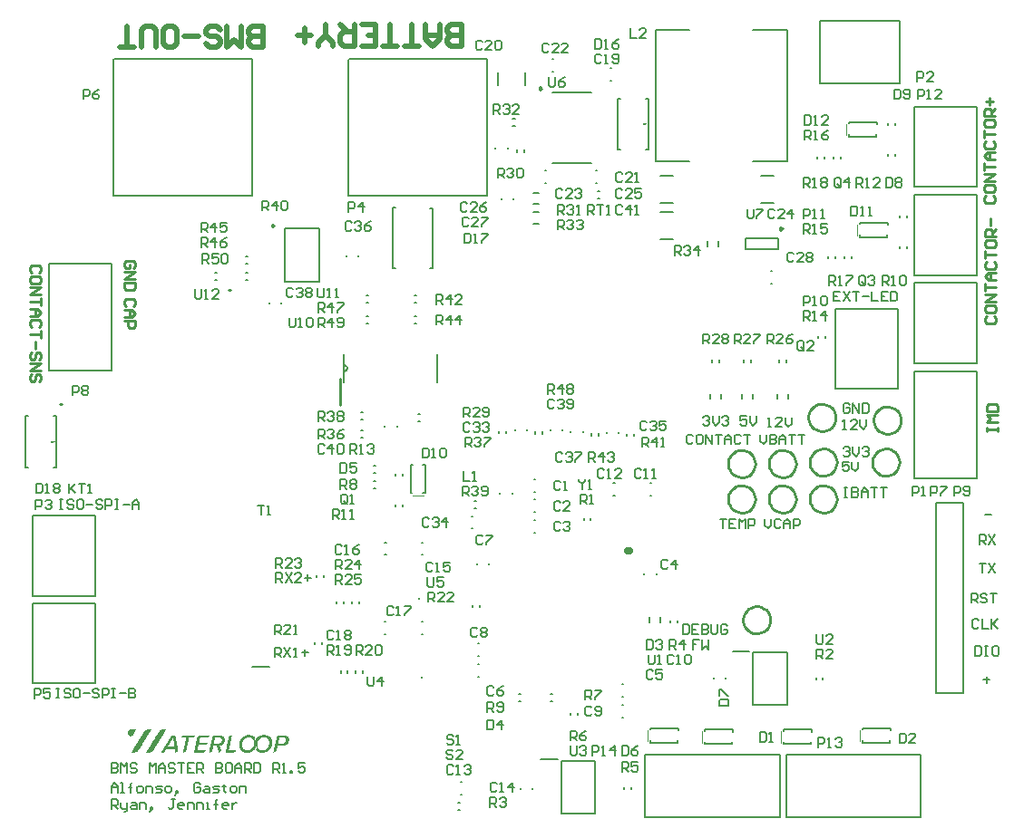
<source format=gto>
G04*
G04 #@! TF.GenerationSoftware,Altium Limited,Altium Designer,21.2.0 (30)*
G04*
G04 Layer_Color=65535*
%FSLAX25Y25*%
%MOIN*%
G70*
G04*
G04 #@! TF.SameCoordinates,1A82DE82-DBE2-47DD-AFC6-AE7A396213A6*
G04*
G04*
G04 #@! TF.FilePolarity,Positive*
G04*
G01*
G75*
%ADD10C,0.02756*%
%ADD11C,0.00984*%
%ADD12C,0.01000*%
%ADD13C,0.00984*%
%ADD14C,0.00600*%
%ADD15C,0.00787*%
%ADD16C,0.00394*%
%ADD17C,0.00799*%
%ADD18C,0.01968*%
%ADD19C,0.00800*%
G36*
X232477Y258950D02*
X230898D01*
X231688Y259739D01*
X232477Y258950D01*
D02*
G37*
G36*
X14977Y141988D02*
X13398D01*
X14187Y142778D01*
X14977Y141988D01*
D02*
G37*
G36*
X44641Y36632D02*
X44800D01*
Y36552D01*
Y36473D01*
X44721D01*
Y36394D01*
Y36314D01*
Y36235D01*
X44641D01*
Y36156D01*
Y36076D01*
X44562D01*
Y35997D01*
Y35918D01*
Y35838D01*
X44483D01*
Y35759D01*
Y35680D01*
X44403D01*
Y35601D01*
Y35521D01*
X44324D01*
Y35442D01*
Y35362D01*
Y35283D01*
X44245D01*
Y35204D01*
Y35124D01*
X44166D01*
Y35045D01*
X44086D01*
Y34966D01*
Y34887D01*
X44007D01*
Y34807D01*
Y34728D01*
X43928D01*
Y34649D01*
X43848D01*
Y34569D01*
X43769D01*
Y34490D01*
X43690D01*
Y34411D01*
X43610D01*
Y34331D01*
X43372D01*
Y34252D01*
X42579D01*
Y34331D01*
X42421D01*
Y34411D01*
X42262D01*
Y34490D01*
X42182D01*
Y34569D01*
X42103D01*
Y34649D01*
X42024D01*
Y34728D01*
X41945D01*
Y34807D01*
Y34887D01*
X41865D01*
Y34966D01*
Y35045D01*
Y35124D01*
X41786D01*
Y35204D01*
Y35283D01*
Y35362D01*
Y35442D01*
Y35521D01*
Y35601D01*
Y35680D01*
X41865D01*
Y35759D01*
Y35838D01*
Y35918D01*
X41945D01*
Y35997D01*
Y36076D01*
X42024D01*
Y36156D01*
Y36235D01*
X42103D01*
Y36314D01*
X42182D01*
Y36394D01*
X42341D01*
Y36473D01*
X42421D01*
Y36552D01*
X42738D01*
Y36632D01*
X43452D01*
Y36711D01*
X44641D01*
Y36632D01*
D02*
G37*
G36*
X92708Y34569D02*
X93026D01*
Y34490D01*
X93264D01*
Y34411D01*
X93422D01*
Y34331D01*
X93581D01*
Y34252D01*
X93739D01*
Y34173D01*
X93819D01*
Y34093D01*
X93977D01*
Y34014D01*
X94057D01*
Y33935D01*
X94136D01*
Y33856D01*
X94215D01*
Y33776D01*
X94295D01*
Y33697D01*
X94374D01*
Y33617D01*
X94453D01*
Y33538D01*
X94533D01*
Y33459D01*
Y33380D01*
X94612D01*
Y33300D01*
Y33221D01*
X94691D01*
Y33142D01*
Y33062D01*
X94771D01*
Y32983D01*
Y32904D01*
X94850D01*
Y32824D01*
Y32745D01*
Y32666D01*
X94929D01*
Y32586D01*
Y32507D01*
Y32428D01*
Y32348D01*
Y32269D01*
Y32190D01*
X95008D01*
Y32111D01*
Y32031D01*
Y31952D01*
Y31872D01*
Y31793D01*
Y31714D01*
Y31635D01*
Y31555D01*
Y31476D01*
X94929D01*
Y31397D01*
Y31317D01*
Y31238D01*
Y31159D01*
Y31079D01*
Y31000D01*
X94850D01*
Y30921D01*
Y30841D01*
Y30762D01*
Y30683D01*
X94771D01*
Y30603D01*
Y30524D01*
Y30445D01*
X94691D01*
Y30365D01*
Y30286D01*
X94612D01*
Y30207D01*
Y30128D01*
Y30048D01*
X94533D01*
Y29969D01*
X94453D01*
Y29890D01*
Y29810D01*
X94374D01*
Y29731D01*
Y29652D01*
X94295D01*
Y29572D01*
X94215D01*
Y29493D01*
X94136D01*
Y29414D01*
Y29334D01*
X94057D01*
Y29255D01*
X93977D01*
Y29176D01*
X93898D01*
Y29096D01*
X93819D01*
Y29017D01*
X93739D01*
Y28938D01*
X93660D01*
Y28858D01*
X93502D01*
Y28779D01*
X93422D01*
Y28700D01*
X93264D01*
Y28620D01*
X93184D01*
Y28541D01*
X93026D01*
Y28462D01*
X92867D01*
Y28383D01*
X92629D01*
Y28303D01*
X92391D01*
Y28224D01*
X92074D01*
Y28144D01*
X90646D01*
Y28224D01*
X90249D01*
Y28303D01*
X90091D01*
Y28383D01*
X89853D01*
Y28462D01*
X89694D01*
Y28541D01*
X89615D01*
Y28620D01*
X89456D01*
Y28700D01*
X89377D01*
Y28779D01*
X89218D01*
Y28858D01*
X89139D01*
Y28938D01*
X89060D01*
Y29017D01*
X88980D01*
Y29096D01*
Y29176D01*
Y29255D01*
X89060D01*
Y29334D01*
Y29414D01*
X89139D01*
Y29493D01*
Y29572D01*
Y29652D01*
X89218D01*
Y29731D01*
Y29810D01*
Y29890D01*
Y29969D01*
X89298D01*
Y30048D01*
Y30128D01*
Y30207D01*
Y30286D01*
Y30365D01*
X89139D01*
Y30286D01*
X89060D01*
Y30207D01*
Y30128D01*
X88980D01*
Y30048D01*
Y29969D01*
X88901D01*
Y29890D01*
Y29810D01*
X88822D01*
Y29731D01*
X88742D01*
Y29652D01*
Y29572D01*
X88663D01*
Y29493D01*
X88584D01*
Y29414D01*
X88504D01*
Y29334D01*
Y29255D01*
X88425D01*
Y29176D01*
X88346D01*
Y29096D01*
X88266D01*
Y29017D01*
X88187D01*
Y28938D01*
X88029D01*
Y28858D01*
X87949D01*
Y28779D01*
X87870D01*
Y28700D01*
X87711D01*
Y28620D01*
X87553D01*
Y28541D01*
X87473D01*
Y28462D01*
X87315D01*
Y28383D01*
X87077D01*
Y28303D01*
X86839D01*
Y28224D01*
X86522D01*
Y28144D01*
X85014D01*
Y28224D01*
X84697D01*
Y28303D01*
X84539D01*
Y28383D01*
X84301D01*
Y28462D01*
X84142D01*
Y28541D01*
X83983D01*
Y28620D01*
X83904D01*
Y28700D01*
X83745D01*
Y28779D01*
X83666D01*
Y28858D01*
X83587D01*
Y28938D01*
X83507D01*
Y29017D01*
X83428D01*
Y29096D01*
X83349D01*
Y29176D01*
X83269D01*
Y29255D01*
Y29334D01*
X83190D01*
Y29414D01*
Y29493D01*
X83111D01*
Y29572D01*
Y29652D01*
X83031D01*
Y29731D01*
Y29810D01*
X82952D01*
Y29890D01*
Y29969D01*
X82873D01*
Y30048D01*
Y30128D01*
Y30207D01*
Y30286D01*
X82793D01*
Y30365D01*
Y30445D01*
Y30524D01*
Y30603D01*
Y30683D01*
Y30762D01*
Y30841D01*
Y30921D01*
Y31000D01*
Y31079D01*
Y31159D01*
Y31238D01*
Y31317D01*
Y31397D01*
Y31476D01*
Y31555D01*
Y31635D01*
X82873D01*
Y31714D01*
Y31793D01*
Y31872D01*
Y31952D01*
X82952D01*
Y32031D01*
Y32111D01*
Y32190D01*
X83031D01*
Y32269D01*
Y32348D01*
Y32428D01*
X83111D01*
Y32507D01*
Y32586D01*
X83190D01*
Y32666D01*
Y32745D01*
X83269D01*
Y32824D01*
Y32904D01*
X83349D01*
Y32983D01*
Y33062D01*
X83428D01*
Y33142D01*
X83507D01*
Y33221D01*
Y33300D01*
X83587D01*
Y33380D01*
X83666D01*
Y33459D01*
X83745D01*
Y33538D01*
X83825D01*
Y33617D01*
X83904D01*
Y33697D01*
X83983D01*
Y33776D01*
X84063D01*
Y33856D01*
X84142D01*
Y33935D01*
X84221D01*
Y34014D01*
X84380D01*
Y34093D01*
X84459D01*
Y34173D01*
X84618D01*
Y34252D01*
X84777D01*
Y34331D01*
X84935D01*
Y34411D01*
X85173D01*
Y34490D01*
X85411D01*
Y34569D01*
X85728D01*
Y34649D01*
X86997D01*
Y34569D01*
X87394D01*
Y34490D01*
X87632D01*
Y34411D01*
X87870D01*
Y34331D01*
X88029D01*
Y34252D01*
X88187D01*
Y34173D01*
X88266D01*
Y34093D01*
X88425D01*
Y34014D01*
X88504D01*
Y33935D01*
X88584D01*
Y33856D01*
X88663D01*
Y33776D01*
X88742D01*
Y33697D01*
Y33617D01*
Y33538D01*
Y33459D01*
X88663D01*
Y33380D01*
Y33300D01*
X88584D01*
Y33221D01*
Y33142D01*
Y33062D01*
Y32983D01*
X88504D01*
Y32904D01*
Y32824D01*
Y32745D01*
Y32666D01*
Y32586D01*
Y32507D01*
Y32428D01*
X88663D01*
Y32507D01*
Y32586D01*
X88742D01*
Y32666D01*
Y32745D01*
X88822D01*
Y32824D01*
Y32904D01*
X88901D01*
Y32983D01*
Y33062D01*
X88980D01*
Y33142D01*
X89060D01*
Y33221D01*
Y33300D01*
X89139D01*
Y33380D01*
X89218D01*
Y33459D01*
X89298D01*
Y33538D01*
X89377D01*
Y33617D01*
X89456D01*
Y33697D01*
X89536D01*
Y33776D01*
X89615D01*
Y33856D01*
X89694D01*
Y33935D01*
X89773D01*
Y34014D01*
X89932D01*
Y34093D01*
X90012D01*
Y34173D01*
X90170D01*
Y34252D01*
X90329D01*
Y34331D01*
X90487D01*
Y34411D01*
X90725D01*
Y34490D01*
X90963D01*
Y34569D01*
X91281D01*
Y34649D01*
X92708D01*
Y34569D01*
D02*
G37*
G36*
X99768Y34490D02*
X100085D01*
Y34411D01*
X100243D01*
Y34331D01*
X100402D01*
Y34252D01*
X100481D01*
Y34173D01*
X100640D01*
Y34093D01*
X100719D01*
Y34014D01*
X100799D01*
Y33935D01*
X100878D01*
Y33856D01*
Y33776D01*
X100957D01*
Y33697D01*
Y33617D01*
X101037D01*
Y33538D01*
Y33459D01*
X101116D01*
Y33380D01*
Y33300D01*
Y33221D01*
Y33142D01*
Y33062D01*
Y32983D01*
Y32904D01*
Y32824D01*
Y32745D01*
Y32666D01*
Y32586D01*
Y32507D01*
Y32428D01*
Y32348D01*
Y32269D01*
X101037D01*
Y32190D01*
Y32111D01*
Y32031D01*
X100957D01*
Y31952D01*
Y31872D01*
X100878D01*
Y31793D01*
Y31714D01*
X100799D01*
Y31635D01*
Y31555D01*
X100719D01*
Y31476D01*
X100640D01*
Y31397D01*
X100561D01*
Y31317D01*
X100481D01*
Y31238D01*
X100402D01*
Y31159D01*
X100323D01*
Y31079D01*
X100164D01*
Y31000D01*
X100085D01*
Y30921D01*
X99926D01*
Y30841D01*
X99688D01*
Y30762D01*
X99450D01*
Y30683D01*
X98657D01*
Y30603D01*
X96912D01*
Y30524D01*
Y30445D01*
Y30365D01*
Y30286D01*
X96833D01*
Y30207D01*
Y30128D01*
Y30048D01*
Y29969D01*
Y29890D01*
X96754D01*
Y29810D01*
Y29731D01*
Y29652D01*
Y29572D01*
X96674D01*
Y29493D01*
Y29414D01*
Y29334D01*
Y29255D01*
X96595D01*
Y29176D01*
Y29096D01*
Y29017D01*
X96516D01*
Y28938D01*
Y28858D01*
X96436D01*
Y28779D01*
X96357D01*
Y28700D01*
X96278D01*
Y28620D01*
X96198D01*
Y28541D01*
X96119D01*
Y28462D01*
X96040D01*
Y28383D01*
X95881D01*
Y28303D01*
X95643D01*
Y28224D01*
X95326D01*
Y28303D01*
X95405D01*
Y28383D01*
Y28462D01*
Y28541D01*
X95484D01*
Y28620D01*
Y28700D01*
Y28779D01*
Y28858D01*
Y28938D01*
X95564D01*
Y29017D01*
Y29096D01*
Y29176D01*
Y29255D01*
X95643D01*
Y29334D01*
Y29414D01*
Y29493D01*
Y29572D01*
X95722D01*
Y29652D01*
Y29731D01*
Y29810D01*
Y29890D01*
Y29969D01*
X95802D01*
Y30048D01*
Y30128D01*
Y30207D01*
Y30286D01*
X95881D01*
Y30365D01*
Y30445D01*
Y30524D01*
Y30603D01*
Y30683D01*
X95960D01*
Y30762D01*
Y30841D01*
Y30921D01*
Y31000D01*
X96040D01*
Y31079D01*
Y31159D01*
Y31238D01*
Y31317D01*
X96119D01*
Y31397D01*
Y31476D01*
Y31555D01*
Y31635D01*
Y31714D01*
X96198D01*
Y31793D01*
Y31872D01*
Y31952D01*
Y32031D01*
X96278D01*
Y32111D01*
Y32190D01*
Y32269D01*
Y32348D01*
Y32428D01*
X96357D01*
Y32507D01*
Y32586D01*
Y32666D01*
Y32745D01*
X96436D01*
Y32824D01*
Y32904D01*
Y32983D01*
Y33062D01*
X96516D01*
Y33142D01*
Y33221D01*
Y33300D01*
Y33380D01*
Y33459D01*
X96595D01*
Y33538D01*
Y33617D01*
Y33697D01*
Y33776D01*
Y33856D01*
X96674D01*
Y33935D01*
X96754D01*
Y34014D01*
Y34093D01*
X96833D01*
Y34173D01*
X96912D01*
Y34252D01*
X96991D01*
Y34331D01*
X97150D01*
Y34411D01*
X97309D01*
Y34490D01*
X97547D01*
Y34569D01*
X99768D01*
Y34490D01*
D02*
G37*
G36*
X80176D02*
Y34411D01*
Y34331D01*
Y34252D01*
X80097D01*
Y34173D01*
Y34093D01*
Y34014D01*
Y33935D01*
Y33856D01*
X80017D01*
Y33776D01*
Y33697D01*
Y33617D01*
Y33538D01*
Y33459D01*
X79938D01*
Y33380D01*
Y33300D01*
Y33221D01*
Y33142D01*
X79859D01*
Y33062D01*
Y32983D01*
Y32904D01*
Y32824D01*
Y32745D01*
X79779D01*
Y32666D01*
Y32586D01*
Y32507D01*
Y32428D01*
Y32348D01*
X79700D01*
Y32269D01*
Y32190D01*
Y32111D01*
Y32031D01*
X79621D01*
Y31952D01*
Y31872D01*
Y31793D01*
Y31714D01*
Y31635D01*
X79541D01*
Y31555D01*
Y31476D01*
Y31397D01*
Y31317D01*
X79462D01*
Y31238D01*
Y31159D01*
Y31079D01*
Y31000D01*
Y30921D01*
X79383D01*
Y30841D01*
Y30762D01*
Y30683D01*
Y30603D01*
Y30524D01*
X79303D01*
Y30445D01*
Y30365D01*
Y30286D01*
Y30207D01*
X79224D01*
Y30128D01*
Y30048D01*
Y29969D01*
Y29890D01*
Y29810D01*
X79145D01*
Y29731D01*
Y29652D01*
Y29572D01*
Y29493D01*
X79066D01*
Y29414D01*
Y29334D01*
Y29255D01*
Y29176D01*
Y29096D01*
X81762D01*
Y29176D01*
X81842D01*
Y29096D01*
Y29017D01*
X81762D01*
Y28938D01*
Y28858D01*
X81683D01*
Y28779D01*
Y28700D01*
X81604D01*
Y28620D01*
X81524D01*
Y28541D01*
X81445D01*
Y28462D01*
X81366D01*
Y28383D01*
X81207D01*
Y28303D01*
X80969D01*
Y28224D01*
X77797D01*
Y28303D01*
Y28383D01*
Y28462D01*
X77876D01*
Y28541D01*
Y28620D01*
Y28700D01*
Y28779D01*
Y28858D01*
X77955D01*
Y28938D01*
Y29017D01*
Y29096D01*
Y29176D01*
Y29255D01*
X78034D01*
Y29334D01*
Y29414D01*
Y29493D01*
Y29572D01*
X78114D01*
Y29652D01*
Y29731D01*
Y29810D01*
Y29890D01*
Y29969D01*
X78193D01*
Y30048D01*
Y30128D01*
Y30207D01*
Y30286D01*
X78272D01*
Y30365D01*
Y30445D01*
Y30524D01*
Y30603D01*
Y30683D01*
X78352D01*
Y30762D01*
Y30841D01*
Y30921D01*
Y31000D01*
X78431D01*
Y31079D01*
Y31159D01*
Y31238D01*
Y31317D01*
Y31397D01*
X78510D01*
Y31476D01*
Y31555D01*
Y31635D01*
Y31714D01*
X78590D01*
Y31793D01*
Y31872D01*
Y31952D01*
Y32031D01*
X78669D01*
Y32111D01*
Y32190D01*
Y32269D01*
Y32348D01*
Y32428D01*
X78748D01*
Y32507D01*
Y32586D01*
Y32666D01*
Y32745D01*
X78828D01*
Y32824D01*
Y32904D01*
Y32983D01*
Y33062D01*
X78907D01*
Y33142D01*
Y33221D01*
Y33300D01*
Y33380D01*
X78986D01*
Y33459D01*
Y33538D01*
Y33617D01*
Y33697D01*
Y33776D01*
X79066D01*
Y33856D01*
Y33935D01*
Y34014D01*
X79145D01*
Y34093D01*
X79224D01*
Y34173D01*
X79303D01*
Y34252D01*
X79383D01*
Y34331D01*
X79462D01*
Y34411D01*
X79621D01*
Y34490D01*
X79859D01*
Y34569D01*
X80176D01*
Y34490D01*
D02*
G37*
G36*
X75893D02*
X76369D01*
Y34411D01*
X76527D01*
Y34331D01*
X76686D01*
Y34252D01*
X76845D01*
Y34173D01*
X76924D01*
Y34093D01*
X77003D01*
Y34014D01*
X77083D01*
Y33935D01*
X77162D01*
Y33856D01*
X77241D01*
Y33776D01*
X77321D01*
Y33697D01*
Y33617D01*
X77400D01*
Y33538D01*
Y33459D01*
X77479D01*
Y33380D01*
Y33300D01*
Y33221D01*
Y33142D01*
X77558D01*
Y33062D01*
Y32983D01*
Y32904D01*
Y32824D01*
Y32745D01*
Y32666D01*
Y32586D01*
Y32507D01*
X77479D01*
Y32428D01*
Y32348D01*
Y32269D01*
Y32190D01*
X77400D01*
Y32111D01*
Y32031D01*
Y31952D01*
X77321D01*
Y31872D01*
Y31793D01*
X77241D01*
Y31714D01*
Y31635D01*
X77162D01*
Y31555D01*
X77083D01*
Y31476D01*
Y31397D01*
X77003D01*
Y31317D01*
X76924D01*
Y31238D01*
X76845D01*
Y31159D01*
X76686D01*
Y31079D01*
X76607D01*
Y31000D01*
X76448D01*
Y30921D01*
X76289D01*
Y30841D01*
X76131D01*
Y30762D01*
X75814D01*
Y30683D01*
X75655D01*
Y30603D01*
Y30524D01*
Y30445D01*
X75734D01*
Y30365D01*
Y30286D01*
X75814D01*
Y30207D01*
Y30128D01*
Y30048D01*
X75893D01*
Y29969D01*
Y29890D01*
X75972D01*
Y29810D01*
Y29731D01*
Y29652D01*
X76051D01*
Y29572D01*
Y29493D01*
X76131D01*
Y29414D01*
Y29334D01*
Y29255D01*
X76210D01*
Y29176D01*
Y29096D01*
Y29017D01*
Y28938D01*
Y28858D01*
Y28779D01*
X76131D01*
Y28700D01*
Y28620D01*
X76051D01*
Y28541D01*
Y28462D01*
X75972D01*
Y28383D01*
X75814D01*
Y28303D01*
X75655D01*
Y28224D01*
X75417D01*
Y28303D01*
Y28383D01*
X75338D01*
Y28462D01*
Y28541D01*
X75258D01*
Y28620D01*
Y28700D01*
Y28779D01*
X75179D01*
Y28858D01*
Y28938D01*
Y29017D01*
X75100D01*
Y29096D01*
Y29176D01*
X75020D01*
Y29255D01*
Y29334D01*
Y29414D01*
X74941D01*
Y29493D01*
Y29572D01*
Y29652D01*
X74862D01*
Y29731D01*
Y29810D01*
Y29890D01*
X74782D01*
Y29969D01*
Y30048D01*
X74703D01*
Y30128D01*
Y30207D01*
Y30286D01*
X74624D01*
Y30365D01*
Y30445D01*
Y30524D01*
X74544D01*
Y30603D01*
X73275D01*
Y30524D01*
Y30445D01*
Y30365D01*
Y30286D01*
X73196D01*
Y30207D01*
Y30128D01*
Y30048D01*
Y29969D01*
X73117D01*
Y29890D01*
Y29810D01*
Y29731D01*
Y29652D01*
Y29572D01*
X73037D01*
Y29493D01*
Y29414D01*
Y29334D01*
Y29255D01*
Y29176D01*
X72958D01*
Y29096D01*
Y29017D01*
Y28938D01*
Y28858D01*
X72879D01*
Y28779D01*
Y28700D01*
Y28620D01*
X72799D01*
Y28541D01*
X72720D01*
Y28462D01*
X72641D01*
Y28383D01*
X72562D01*
Y28303D01*
X72403D01*
Y28224D01*
X71768D01*
Y28303D01*
Y28383D01*
Y28462D01*
Y28541D01*
X71848D01*
Y28620D01*
Y28700D01*
Y28779D01*
Y28858D01*
X71927D01*
Y28938D01*
Y29017D01*
Y29096D01*
Y29176D01*
Y29255D01*
X72006D01*
Y29334D01*
Y29414D01*
Y29493D01*
Y29572D01*
X72085D01*
Y29652D01*
Y29731D01*
Y29810D01*
Y29890D01*
Y29969D01*
X72165D01*
Y30048D01*
Y30128D01*
Y30207D01*
Y30286D01*
Y30365D01*
X72244D01*
Y30445D01*
Y30524D01*
Y30603D01*
Y30683D01*
X72324D01*
Y30762D01*
Y30841D01*
Y30921D01*
Y31000D01*
Y31079D01*
X72403D01*
Y31159D01*
Y31238D01*
Y31317D01*
Y31397D01*
X72482D01*
Y31476D01*
Y31555D01*
Y31635D01*
Y31714D01*
Y31793D01*
X72562D01*
Y31872D01*
Y31952D01*
Y32031D01*
Y32111D01*
X72641D01*
Y32190D01*
Y32269D01*
Y32348D01*
Y32428D01*
Y32507D01*
X72720D01*
Y32586D01*
Y32666D01*
Y32745D01*
Y32824D01*
X72799D01*
Y32904D01*
Y32983D01*
Y33062D01*
Y33142D01*
X72879D01*
Y33221D01*
Y33300D01*
Y33380D01*
Y33459D01*
Y33538D01*
X72958D01*
Y33617D01*
Y33697D01*
Y33776D01*
Y33856D01*
X73037D01*
Y33935D01*
Y34014D01*
Y34093D01*
X73117D01*
Y34173D01*
Y34252D01*
X73196D01*
Y34331D01*
X73275D01*
Y34411D01*
X73355D01*
Y34490D01*
X73672D01*
Y34569D01*
X75893D01*
Y34490D01*
D02*
G37*
G36*
X71927D02*
X71848D01*
Y34411D01*
Y34331D01*
X71768D01*
Y34252D01*
Y34173D01*
X71689D01*
Y34093D01*
X71610D01*
Y34014D01*
X71530D01*
Y33935D01*
X71451D01*
Y33856D01*
X71372D01*
Y33776D01*
X71213D01*
Y33697D01*
X70658D01*
Y33617D01*
X68437D01*
Y33538D01*
Y33459D01*
X68358D01*
Y33380D01*
Y33300D01*
Y33221D01*
Y33142D01*
Y33062D01*
X68278D01*
Y32983D01*
Y32904D01*
Y32824D01*
Y32745D01*
X68199D01*
Y32666D01*
Y32586D01*
Y32507D01*
Y32428D01*
Y32348D01*
X68120D01*
Y32269D01*
Y32190D01*
Y32111D01*
X68040D01*
Y32031D01*
Y31952D01*
X68199D01*
Y31872D01*
X71213D01*
Y31793D01*
Y31714D01*
X71134D01*
Y31635D01*
Y31555D01*
X71054D01*
Y31476D01*
X70975D01*
Y31397D01*
Y31317D01*
X70896D01*
Y31238D01*
X70737D01*
Y31159D01*
X70658D01*
Y31079D01*
X70420D01*
Y31000D01*
X67961D01*
Y30921D01*
X67802D01*
Y30841D01*
Y30762D01*
Y30683D01*
Y30603D01*
Y30524D01*
X67723D01*
Y30445D01*
Y30365D01*
Y30286D01*
Y30207D01*
X67644D01*
Y30128D01*
Y30048D01*
Y29969D01*
Y29890D01*
X67564D01*
Y29810D01*
Y29731D01*
Y29652D01*
Y29572D01*
Y29493D01*
X67485D01*
Y29414D01*
Y29334D01*
Y29255D01*
Y29176D01*
X68120D01*
Y29096D01*
X70578D01*
Y29176D01*
X70658D01*
Y29096D01*
Y29017D01*
Y28938D01*
X70578D01*
Y28858D01*
Y28779D01*
X70499D01*
Y28700D01*
X70420D01*
Y28620D01*
X70341D01*
Y28541D01*
X70261D01*
Y28462D01*
X70182D01*
Y28383D01*
X70103D01*
Y28303D01*
X69865D01*
Y28224D01*
X66216D01*
Y28303D01*
Y28383D01*
Y28462D01*
X66295D01*
Y28541D01*
Y28620D01*
Y28700D01*
Y28779D01*
Y28858D01*
X66375D01*
Y28938D01*
Y29017D01*
Y29096D01*
Y29176D01*
X66454D01*
Y29255D01*
Y29334D01*
Y29414D01*
Y29493D01*
Y29572D01*
X66533D01*
Y29652D01*
Y29731D01*
Y29810D01*
Y29890D01*
X66613D01*
Y29969D01*
Y30048D01*
Y30128D01*
Y30207D01*
Y30286D01*
X66692D01*
Y30365D01*
Y30445D01*
Y30524D01*
Y30603D01*
Y30683D01*
X66771D01*
Y30762D01*
Y30841D01*
Y30921D01*
Y31000D01*
X66851D01*
Y31079D01*
Y31159D01*
Y31238D01*
Y31317D01*
Y31397D01*
X66930D01*
Y31476D01*
Y31555D01*
Y31635D01*
Y31714D01*
X67009D01*
Y31793D01*
Y31872D01*
Y31952D01*
Y32031D01*
Y32111D01*
X67089D01*
Y32190D01*
Y32269D01*
Y32348D01*
Y32428D01*
Y32507D01*
X67168D01*
Y32586D01*
Y32666D01*
Y32745D01*
Y32824D01*
X67247D01*
Y32904D01*
Y32983D01*
Y33062D01*
Y33142D01*
X67326D01*
Y33221D01*
Y33300D01*
Y33380D01*
Y33459D01*
Y33538D01*
X67406D01*
Y33617D01*
Y33697D01*
Y33776D01*
X67485D01*
Y33856D01*
Y33935D01*
Y34014D01*
X67564D01*
Y34093D01*
X67644D01*
Y34173D01*
X67723D01*
Y34252D01*
X67802D01*
Y34331D01*
X67882D01*
Y34411D01*
X68040D01*
Y34490D01*
X68358D01*
Y34569D01*
X71927D01*
Y34490D01*
D02*
G37*
G36*
X66613D02*
X66533D01*
Y34411D01*
X66454D01*
Y34331D01*
Y34252D01*
X66375D01*
Y34173D01*
Y34093D01*
X66295D01*
Y34014D01*
X66216D01*
Y33935D01*
X66137D01*
Y33856D01*
X65978D01*
Y33776D01*
X65819D01*
Y33697D01*
X65581D01*
Y33617D01*
X64392D01*
Y33538D01*
Y33459D01*
Y33380D01*
Y33300D01*
X64312D01*
Y33221D01*
Y33142D01*
Y33062D01*
Y32983D01*
X64233D01*
Y32904D01*
Y32824D01*
Y32745D01*
Y32666D01*
Y32586D01*
X64154D01*
Y32507D01*
Y32428D01*
Y32348D01*
Y32269D01*
Y32190D01*
X64074D01*
Y32111D01*
Y32031D01*
Y31952D01*
Y31872D01*
X63995D01*
Y31793D01*
Y31714D01*
Y31635D01*
Y31555D01*
Y31476D01*
X63916D01*
Y31397D01*
Y31317D01*
Y31238D01*
Y31159D01*
X63836D01*
Y31079D01*
Y31000D01*
Y30921D01*
Y30841D01*
Y30762D01*
X63757D01*
Y30683D01*
Y30603D01*
Y30524D01*
Y30445D01*
X63678D01*
Y30365D01*
Y30286D01*
Y30207D01*
Y30128D01*
Y30048D01*
X63599D01*
Y29969D01*
Y29890D01*
Y29810D01*
Y29731D01*
X63519D01*
Y29652D01*
Y29572D01*
Y29493D01*
Y29414D01*
X63440D01*
Y29334D01*
Y29255D01*
Y29176D01*
Y29096D01*
X63361D01*
Y29017D01*
Y28938D01*
Y28858D01*
X63281D01*
Y28779D01*
Y28700D01*
X63202D01*
Y28620D01*
X63123D01*
Y28541D01*
X63043D01*
Y28462D01*
X62885D01*
Y28383D01*
X62805D01*
Y28303D01*
X62567D01*
Y28224D01*
X62171D01*
Y28303D01*
Y28383D01*
X62250D01*
Y28462D01*
Y28541D01*
Y28620D01*
Y28700D01*
Y28779D01*
X62329D01*
Y28858D01*
Y28938D01*
Y29017D01*
Y29096D01*
X62409D01*
Y29176D01*
Y29255D01*
Y29334D01*
Y29414D01*
Y29493D01*
X62488D01*
Y29572D01*
Y29652D01*
Y29731D01*
Y29810D01*
X62567D01*
Y29890D01*
Y29969D01*
Y30048D01*
Y30128D01*
Y30207D01*
X62647D01*
Y30286D01*
Y30365D01*
Y30445D01*
Y30524D01*
X62726D01*
Y30603D01*
Y30683D01*
Y30762D01*
Y30841D01*
Y30921D01*
X62805D01*
Y31000D01*
Y31079D01*
Y31159D01*
Y31238D01*
Y31317D01*
X62885D01*
Y31397D01*
Y31476D01*
Y31555D01*
Y31635D01*
X62964D01*
Y31714D01*
Y31793D01*
Y31872D01*
Y31952D01*
Y32031D01*
X63043D01*
Y32111D01*
Y32190D01*
Y32269D01*
Y32348D01*
X63123D01*
Y32428D01*
Y32507D01*
Y32586D01*
Y32666D01*
Y32745D01*
X63202D01*
Y32824D01*
Y32904D01*
Y32983D01*
Y33062D01*
X63281D01*
Y33142D01*
Y33221D01*
Y33300D01*
Y33380D01*
Y33459D01*
X63361D01*
Y33538D01*
Y33617D01*
X61457D01*
Y33697D01*
Y33776D01*
X61536D01*
Y33856D01*
Y33935D01*
X61616D01*
Y34014D01*
Y34093D01*
X61695D01*
Y34173D01*
X61774D01*
Y34252D01*
X61853D01*
Y34331D01*
X61933D01*
Y34411D01*
X62091D01*
Y34490D01*
X62567D01*
Y34569D01*
X66613D01*
Y34490D01*
D02*
G37*
G36*
X59395D02*
Y34411D01*
Y34331D01*
Y34252D01*
X59474D01*
Y34173D01*
Y34093D01*
Y34014D01*
Y33935D01*
Y33856D01*
Y33776D01*
X59553D01*
Y33697D01*
Y33617D01*
Y33538D01*
Y33459D01*
Y33380D01*
X59633D01*
Y33300D01*
Y33221D01*
Y33142D01*
Y33062D01*
Y32983D01*
Y32904D01*
X59712D01*
Y32824D01*
Y32745D01*
Y32666D01*
Y32586D01*
Y32507D01*
Y32428D01*
X59791D01*
Y32348D01*
Y32269D01*
Y32190D01*
Y32111D01*
Y32031D01*
X59870D01*
Y31952D01*
Y31872D01*
Y31793D01*
Y31714D01*
Y31635D01*
Y31555D01*
X59950D01*
Y31476D01*
Y31397D01*
Y31317D01*
Y31238D01*
Y31159D01*
Y31079D01*
X60029D01*
Y31000D01*
Y30921D01*
Y30841D01*
Y30762D01*
Y30683D01*
Y30603D01*
X60109D01*
Y30524D01*
Y30445D01*
Y30365D01*
Y30286D01*
Y30207D01*
Y30128D01*
X60188D01*
Y30048D01*
Y29969D01*
Y29890D01*
Y29810D01*
Y29731D01*
Y29652D01*
X60267D01*
Y29572D01*
Y29493D01*
Y29414D01*
Y29334D01*
Y29255D01*
Y29176D01*
Y29096D01*
Y29017D01*
Y28938D01*
Y28858D01*
Y28779D01*
X60188D01*
Y28700D01*
Y28620D01*
X60109D01*
Y28541D01*
X60029D01*
Y28462D01*
X59950D01*
Y28383D01*
X59870D01*
Y28303D01*
X59633D01*
Y28224D01*
X59395D01*
Y28303D01*
Y28383D01*
Y28462D01*
X59315D01*
Y28541D01*
Y28620D01*
Y28700D01*
Y28779D01*
Y28858D01*
Y28938D01*
X59236D01*
Y29017D01*
Y29096D01*
Y29176D01*
Y29255D01*
Y29334D01*
Y29414D01*
X56063D01*
Y29334D01*
X55984D01*
Y29255D01*
Y29176D01*
X55905D01*
Y29096D01*
Y29017D01*
X55825D01*
Y28938D01*
X55746D01*
Y28858D01*
Y28779D01*
X55667D01*
Y28700D01*
X55587D01*
Y28620D01*
Y28541D01*
X55508D01*
Y28462D01*
X55429D01*
Y28383D01*
X55349D01*
Y28303D01*
X55191D01*
Y28224D01*
X54160D01*
Y28303D01*
X54239D01*
Y28383D01*
X54318D01*
Y28462D01*
Y28541D01*
X54398D01*
Y28620D01*
Y28700D01*
X54477D01*
Y28779D01*
X54556D01*
Y28858D01*
Y28938D01*
X54636D01*
Y29017D01*
X54715D01*
Y29096D01*
Y29176D01*
X54794D01*
Y29255D01*
Y29334D01*
X54874D01*
Y29414D01*
X54953D01*
Y29493D01*
Y29572D01*
X55032D01*
Y29652D01*
Y29731D01*
X55111D01*
Y29810D01*
X55191D01*
Y29890D01*
Y29969D01*
X55270D01*
Y30048D01*
Y30128D01*
X55349D01*
Y30207D01*
X55429D01*
Y30286D01*
Y30365D01*
X55508D01*
Y30445D01*
X55587D01*
Y30524D01*
Y30603D01*
X55667D01*
Y30683D01*
Y30762D01*
X55746D01*
Y30841D01*
X55825D01*
Y30921D01*
Y31000D01*
X55905D01*
Y31079D01*
Y31159D01*
X55984D01*
Y31238D01*
X56063D01*
Y31317D01*
Y31397D01*
X56143D01*
Y31476D01*
X56222D01*
Y31555D01*
Y31635D01*
X56301D01*
Y31714D01*
Y31793D01*
X56380D01*
Y31872D01*
X56460D01*
Y31952D01*
Y32031D01*
X56539D01*
Y32111D01*
Y32190D01*
X56618D01*
Y32269D01*
X56698D01*
Y32348D01*
Y32428D01*
X56777D01*
Y32507D01*
X56856D01*
Y32586D01*
Y32666D01*
X56936D01*
Y32745D01*
Y32824D01*
X57015D01*
Y32904D01*
X57094D01*
Y32983D01*
Y33062D01*
X57174D01*
Y33142D01*
Y33221D01*
X57253D01*
Y33300D01*
X57332D01*
Y33380D01*
Y33459D01*
X57412D01*
Y33538D01*
X57491D01*
Y33617D01*
Y33697D01*
X57570D01*
Y33776D01*
Y33856D01*
X57650D01*
Y33935D01*
X57729D01*
Y34014D01*
Y34093D01*
X57808D01*
Y34173D01*
Y34252D01*
X57888D01*
Y34331D01*
X58046D01*
Y34411D01*
X58126D01*
Y34490D01*
X58363D01*
Y34569D01*
X59395D01*
Y34490D01*
D02*
G37*
G36*
X55984Y36632D02*
Y36552D01*
X55905D01*
Y36473D01*
Y36394D01*
X55825D01*
Y36314D01*
X55746D01*
Y36235D01*
Y36156D01*
X55667D01*
Y36076D01*
Y35997D01*
X55587D01*
Y35918D01*
X55508D01*
Y35838D01*
Y35759D01*
X55429D01*
Y35680D01*
Y35601D01*
X55349D01*
Y35521D01*
X55270D01*
Y35442D01*
Y35362D01*
X55191D01*
Y35283D01*
Y35204D01*
X55111D01*
Y35124D01*
X55032D01*
Y35045D01*
Y34966D01*
X54953D01*
Y34887D01*
X54874D01*
Y34807D01*
Y34728D01*
X54794D01*
Y34649D01*
Y34569D01*
X54715D01*
Y34490D01*
X54636D01*
Y34411D01*
Y34331D01*
X54556D01*
Y34252D01*
Y34173D01*
X54477D01*
Y34093D01*
X54398D01*
Y34014D01*
Y33935D01*
X54318D01*
Y33856D01*
Y33776D01*
X54239D01*
Y33697D01*
X54160D01*
Y33617D01*
Y33538D01*
X54080D01*
Y33459D01*
Y33380D01*
X54001D01*
Y33300D01*
X53922D01*
Y33221D01*
Y33142D01*
X53842D01*
Y33062D01*
X53763D01*
Y32983D01*
Y32904D01*
X53684D01*
Y32824D01*
Y32745D01*
X53604D01*
Y32666D01*
X53525D01*
Y32586D01*
Y32507D01*
X53446D01*
Y32428D01*
Y32348D01*
X53366D01*
Y32269D01*
X53287D01*
Y32190D01*
Y32111D01*
X53208D01*
Y32031D01*
Y31952D01*
X53128D01*
Y31872D01*
X53049D01*
Y31793D01*
Y31714D01*
X52970D01*
Y31635D01*
X52890D01*
Y31555D01*
Y31476D01*
X52811D01*
Y31397D01*
Y31317D01*
X52732D01*
Y31238D01*
X52653D01*
Y31159D01*
Y31079D01*
X52573D01*
Y31000D01*
Y30921D01*
X52494D01*
Y30841D01*
X52415D01*
Y30762D01*
Y30683D01*
X52335D01*
Y30603D01*
Y30524D01*
X52256D01*
Y30445D01*
X52177D01*
Y30365D01*
Y30286D01*
X52097D01*
Y30207D01*
X52018D01*
Y30128D01*
Y30048D01*
X51939D01*
Y29969D01*
Y29890D01*
X51859D01*
Y29810D01*
X51780D01*
Y29731D01*
Y29652D01*
X51701D01*
Y29572D01*
Y29493D01*
X51621D01*
Y29414D01*
X51542D01*
Y29334D01*
Y29255D01*
X51463D01*
Y29176D01*
X51384D01*
Y29096D01*
Y29017D01*
X51304D01*
Y28938D01*
X51225D01*
Y28858D01*
X51145D01*
Y28779D01*
X51066D01*
Y28700D01*
X50987D01*
Y28620D01*
X50908D01*
Y28541D01*
X50749D01*
Y28462D01*
X50590D01*
Y28383D01*
X50432D01*
Y28303D01*
X50114D01*
Y28224D01*
X48687D01*
Y28303D01*
X48766D01*
Y28383D01*
Y28462D01*
X48845D01*
Y28541D01*
Y28620D01*
X48925D01*
Y28700D01*
X49004D01*
Y28779D01*
Y28858D01*
X49083D01*
Y28938D01*
X49163D01*
Y29017D01*
Y29096D01*
X49242D01*
Y29176D01*
Y29255D01*
X49321D01*
Y29334D01*
X49400D01*
Y29414D01*
Y29493D01*
X49480D01*
Y29572D01*
Y29652D01*
X49559D01*
Y29731D01*
X49639D01*
Y29810D01*
Y29890D01*
X49718D01*
Y29969D01*
Y30048D01*
X49797D01*
Y30128D01*
X49876D01*
Y30207D01*
Y30286D01*
X49956D01*
Y30365D01*
Y30445D01*
X50035D01*
Y30524D01*
X50114D01*
Y30603D01*
Y30683D01*
X50194D01*
Y30762D01*
X50273D01*
Y30841D01*
Y30921D01*
X50352D01*
Y31000D01*
Y31079D01*
X50432D01*
Y31159D01*
X50511D01*
Y31238D01*
Y31317D01*
X50590D01*
Y31397D01*
Y31476D01*
X50670D01*
Y31555D01*
X50749D01*
Y31635D01*
Y31714D01*
X50828D01*
Y31793D01*
Y31872D01*
X50908D01*
Y31952D01*
X50987D01*
Y32031D01*
Y32111D01*
X51066D01*
Y32190D01*
Y32269D01*
X51145D01*
Y32348D01*
X51225D01*
Y32428D01*
Y32507D01*
X51304D01*
Y32586D01*
X51384D01*
Y32666D01*
Y32745D01*
X51463D01*
Y32824D01*
Y32904D01*
X51542D01*
Y32983D01*
X51621D01*
Y33062D01*
Y33142D01*
X51701D01*
Y33221D01*
X51780D01*
Y33300D01*
Y33380D01*
X51859D01*
Y33459D01*
Y33538D01*
X51939D01*
Y33617D01*
X52018D01*
Y33697D01*
Y33776D01*
X52097D01*
Y33856D01*
Y33935D01*
X52177D01*
Y34014D01*
X52256D01*
Y34093D01*
Y34173D01*
X52335D01*
Y34252D01*
X52415D01*
Y34331D01*
Y34411D01*
X52494D01*
Y34490D01*
Y34569D01*
X52573D01*
Y34649D01*
X52653D01*
Y34728D01*
Y34807D01*
X52732D01*
Y34887D01*
X52811D01*
Y34966D01*
Y35045D01*
X52890D01*
Y35124D01*
Y35204D01*
X52970D01*
Y35283D01*
X53049D01*
Y35362D01*
Y35442D01*
X53128D01*
Y35521D01*
X53208D01*
Y35601D01*
Y35680D01*
X53287D01*
Y35759D01*
Y35838D01*
X53366D01*
Y35918D01*
X53446D01*
Y35997D01*
Y36076D01*
X53525D01*
Y36156D01*
X53604D01*
Y36235D01*
X53763D01*
Y36314D01*
X53842D01*
Y36394D01*
X54001D01*
Y36473D01*
X54160D01*
Y36552D01*
X54318D01*
Y36632D01*
X54636D01*
Y36711D01*
X55984D01*
Y36632D01*
D02*
G37*
G36*
X50511D02*
Y36552D01*
X50432D01*
Y36473D01*
Y36394D01*
X50352D01*
Y36314D01*
X50273D01*
Y36235D01*
Y36156D01*
X50194D01*
Y36076D01*
Y35997D01*
X50114D01*
Y35918D01*
X50035D01*
Y35838D01*
Y35759D01*
X49956D01*
Y35680D01*
Y35601D01*
X49876D01*
Y35521D01*
X49797D01*
Y35442D01*
Y35362D01*
X49718D01*
Y35283D01*
X49639D01*
Y35204D01*
Y35124D01*
X49559D01*
Y35045D01*
Y34966D01*
X49480D01*
Y34887D01*
X49400D01*
Y34807D01*
Y34728D01*
X49321D01*
Y34649D01*
Y34569D01*
X49242D01*
Y34490D01*
X49163D01*
Y34411D01*
Y34331D01*
X49083D01*
Y34252D01*
Y34173D01*
X49004D01*
Y34093D01*
X48925D01*
Y34014D01*
Y33935D01*
X48845D01*
Y33856D01*
Y33776D01*
X48766D01*
Y33697D01*
X48687D01*
Y33617D01*
Y33538D01*
X48607D01*
Y33459D01*
X48528D01*
Y33380D01*
Y33300D01*
X48449D01*
Y33221D01*
Y33142D01*
X48369D01*
Y33062D01*
X48290D01*
Y32983D01*
Y32904D01*
X48211D01*
Y32824D01*
Y32745D01*
X48131D01*
Y32666D01*
X48052D01*
Y32586D01*
Y32507D01*
X47973D01*
Y32428D01*
Y32348D01*
X47894D01*
Y32269D01*
X47814D01*
Y32190D01*
Y32111D01*
X47735D01*
Y32031D01*
X47655D01*
Y31952D01*
Y31872D01*
X47576D01*
Y31793D01*
Y31714D01*
X47497D01*
Y31635D01*
X47418D01*
Y31555D01*
Y31476D01*
X47338D01*
Y31397D01*
Y31317D01*
X47259D01*
Y31238D01*
X47180D01*
Y31159D01*
Y31079D01*
X47100D01*
Y31000D01*
Y30921D01*
X47021D01*
Y30841D01*
X46942D01*
Y30762D01*
Y30683D01*
X46862D01*
Y30603D01*
X46783D01*
Y30524D01*
Y30445D01*
X46704D01*
Y30365D01*
Y30286D01*
X46624D01*
Y30207D01*
X46545D01*
Y30128D01*
Y30048D01*
X46466D01*
Y29969D01*
Y29890D01*
X46386D01*
Y29810D01*
X46307D01*
Y29731D01*
Y29652D01*
X46228D01*
Y29572D01*
X46148D01*
Y29493D01*
Y29414D01*
X46069D01*
Y29334D01*
Y29255D01*
X45990D01*
Y29176D01*
X45911D01*
Y29096D01*
Y29017D01*
X45831D01*
Y28938D01*
X45752D01*
Y28858D01*
X45673D01*
Y28779D01*
X45593D01*
Y28700D01*
X45514D01*
Y28620D01*
X45435D01*
Y28541D01*
X45276D01*
Y28462D01*
X45117D01*
Y28383D01*
X44959D01*
Y28303D01*
X44641D01*
Y28224D01*
X43214D01*
Y28303D01*
X43293D01*
Y28383D01*
Y28462D01*
X43372D01*
Y28541D01*
X43452D01*
Y28620D01*
Y28700D01*
X43531D01*
Y28779D01*
Y28858D01*
X43610D01*
Y28938D01*
X43690D01*
Y29017D01*
Y29096D01*
X43769D01*
Y29176D01*
Y29255D01*
X43848D01*
Y29334D01*
X43928D01*
Y29414D01*
Y29493D01*
X44007D01*
Y29572D01*
Y29652D01*
X44086D01*
Y29731D01*
X44166D01*
Y29810D01*
Y29890D01*
X44245D01*
Y29969D01*
X44324D01*
Y30048D01*
Y30128D01*
X44403D01*
Y30207D01*
Y30286D01*
X44483D01*
Y30365D01*
X44562D01*
Y30445D01*
Y30524D01*
X44641D01*
Y30603D01*
Y30683D01*
X44721D01*
Y30762D01*
X44800D01*
Y30841D01*
Y30921D01*
X44879D01*
Y31000D01*
Y31079D01*
X44959D01*
Y31159D01*
X45038D01*
Y31238D01*
Y31317D01*
X45117D01*
Y31397D01*
X45197D01*
Y31476D01*
Y31555D01*
X45276D01*
Y31635D01*
Y31714D01*
X45355D01*
Y31793D01*
X45435D01*
Y31872D01*
Y31952D01*
X45514D01*
Y32031D01*
Y32111D01*
X45593D01*
Y32190D01*
X45673D01*
Y32269D01*
Y32348D01*
X45752D01*
Y32428D01*
Y32507D01*
X45831D01*
Y32586D01*
X45911D01*
Y32666D01*
Y32745D01*
X45990D01*
Y32824D01*
X46069D01*
Y32904D01*
Y32983D01*
X46148D01*
Y33062D01*
Y33142D01*
X46228D01*
Y33221D01*
X46307D01*
Y33300D01*
Y33380D01*
X46386D01*
Y33459D01*
Y33538D01*
X46466D01*
Y33617D01*
X46545D01*
Y33697D01*
Y33776D01*
X46624D01*
Y33856D01*
Y33935D01*
X46704D01*
Y34014D01*
X46783D01*
Y34093D01*
Y34173D01*
X46862D01*
Y34252D01*
X46942D01*
Y34331D01*
Y34411D01*
X47021D01*
Y34490D01*
Y34569D01*
X47100D01*
Y34649D01*
X47180D01*
Y34728D01*
Y34807D01*
X47259D01*
Y34887D01*
Y34966D01*
X47338D01*
Y35045D01*
X47418D01*
Y35124D01*
Y35204D01*
X47497D01*
Y35283D01*
Y35362D01*
X47576D01*
Y35442D01*
X47655D01*
Y35521D01*
Y35601D01*
X47735D01*
Y35680D01*
Y35759D01*
X47814D01*
Y35838D01*
X47894D01*
Y35918D01*
X47973D01*
Y35997D01*
Y36076D01*
X48052D01*
Y36156D01*
X48211D01*
Y36235D01*
X48290D01*
Y36314D01*
X48369D01*
Y36394D01*
X48528D01*
Y36473D01*
X48687D01*
Y36552D01*
X48845D01*
Y36632D01*
X49163D01*
Y36711D01*
X50511D01*
Y36632D01*
D02*
G37*
%LPC*%
G36*
X91994Y33776D02*
X91756D01*
Y33697D01*
X91281D01*
Y33617D01*
X91043D01*
Y33538D01*
X90884D01*
Y33459D01*
X90725D01*
Y33380D01*
X90646D01*
Y33300D01*
X90487D01*
Y33221D01*
X90408D01*
Y33142D01*
X90329D01*
Y33062D01*
X90249D01*
Y32983D01*
X90170D01*
Y32904D01*
X90091D01*
Y32824D01*
X90012D01*
Y32745D01*
X89932D01*
Y32666D01*
Y32586D01*
X89853D01*
Y32507D01*
X89773D01*
Y32428D01*
Y32348D01*
X89694D01*
Y32269D01*
Y32190D01*
X89615D01*
Y32111D01*
Y32031D01*
Y31952D01*
X89536D01*
Y31872D01*
Y31793D01*
Y31714D01*
Y31635D01*
X89456D01*
Y31555D01*
Y31476D01*
Y31397D01*
Y31317D01*
Y31238D01*
Y31159D01*
Y31079D01*
Y31000D01*
Y30921D01*
Y30841D01*
Y30762D01*
Y30683D01*
Y30603D01*
Y30524D01*
Y30445D01*
X89536D01*
Y30365D01*
Y30286D01*
Y30207D01*
X89615D01*
Y30128D01*
Y30048D01*
Y29969D01*
X89694D01*
Y29890D01*
X89773D01*
Y29810D01*
Y29731D01*
X89853D01*
Y29652D01*
X89932D01*
Y29572D01*
X90012D01*
Y29493D01*
X90091D01*
Y29414D01*
X90249D01*
Y29334D01*
X90329D01*
Y29255D01*
X90487D01*
Y29176D01*
X90725D01*
Y29096D01*
X91122D01*
Y29017D01*
X91677D01*
Y29096D01*
X92074D01*
Y29176D01*
X92232D01*
Y29255D01*
X92470D01*
Y29334D01*
X92550D01*
Y29414D01*
X92708D01*
Y29493D01*
X92788D01*
Y29572D01*
X92946D01*
Y29652D01*
X93026D01*
Y29731D01*
X93105D01*
Y29810D01*
X93184D01*
Y29890D01*
X93264D01*
Y29969D01*
Y30048D01*
X93343D01*
Y30128D01*
X93422D01*
Y30207D01*
X93502D01*
Y30286D01*
Y30365D01*
X93581D01*
Y30445D01*
Y30524D01*
X93660D01*
Y30603D01*
Y30683D01*
Y30762D01*
X93739D01*
Y30841D01*
Y30921D01*
Y31000D01*
X93819D01*
Y31079D01*
Y31159D01*
Y31238D01*
Y31317D01*
Y31397D01*
X93898D01*
Y31476D01*
Y31555D01*
Y31635D01*
Y31714D01*
Y31793D01*
Y31872D01*
Y31952D01*
Y32031D01*
Y32111D01*
X93819D01*
Y32190D01*
Y32269D01*
Y32348D01*
Y32428D01*
Y32507D01*
X93739D01*
Y32586D01*
Y32666D01*
X93660D01*
Y32745D01*
Y32824D01*
X93581D01*
Y32904D01*
Y32983D01*
X93502D01*
Y33062D01*
X93422D01*
Y33142D01*
X93343D01*
Y33221D01*
X93264D01*
Y33300D01*
X93184D01*
Y33380D01*
X93026D01*
Y33459D01*
X92946D01*
Y33538D01*
X92788D01*
Y33617D01*
X92550D01*
Y33697D01*
X91994D01*
Y33776D01*
D02*
G37*
G36*
X86442D02*
X86204D01*
Y33697D01*
X85728D01*
Y33617D01*
X85490D01*
Y33538D01*
X85332D01*
Y33459D01*
X85173D01*
Y33380D01*
X85094D01*
Y33300D01*
X84935D01*
Y33221D01*
X84856D01*
Y33142D01*
X84777D01*
Y33062D01*
X84697D01*
Y32983D01*
X84618D01*
Y32904D01*
X84539D01*
Y32824D01*
X84459D01*
Y32745D01*
X84380D01*
Y32666D01*
Y32586D01*
X84301D01*
Y32507D01*
X84221D01*
Y32428D01*
Y32348D01*
X84142D01*
Y32269D01*
Y32190D01*
X84063D01*
Y32111D01*
Y32031D01*
Y31952D01*
X83983D01*
Y31872D01*
Y31793D01*
Y31714D01*
Y31635D01*
X83904D01*
Y31555D01*
Y31476D01*
Y31397D01*
Y31317D01*
Y31238D01*
Y31159D01*
Y31079D01*
Y31000D01*
Y30921D01*
Y30841D01*
Y30762D01*
Y30683D01*
Y30603D01*
Y30524D01*
Y30445D01*
Y30365D01*
X83983D01*
Y30286D01*
Y30207D01*
X84063D01*
Y30128D01*
Y30048D01*
X84142D01*
Y29969D01*
Y29890D01*
X84221D01*
Y29810D01*
X84301D01*
Y29731D01*
Y29652D01*
X84380D01*
Y29572D01*
X84459D01*
Y29493D01*
X84539D01*
Y29414D01*
X84697D01*
Y29334D01*
X84777D01*
Y29255D01*
X84935D01*
Y29176D01*
X85173D01*
Y29096D01*
X85490D01*
Y29017D01*
X86204D01*
Y29096D01*
X86522D01*
Y29176D01*
X86759D01*
Y29255D01*
X86918D01*
Y29334D01*
X87077D01*
Y29414D01*
X87156D01*
Y29493D01*
X87315D01*
Y29572D01*
X87394D01*
Y29652D01*
X87473D01*
Y29731D01*
X87553D01*
Y29810D01*
X87632D01*
Y29890D01*
X87711D01*
Y29969D01*
Y30048D01*
X87791D01*
Y30128D01*
X87870D01*
Y30207D01*
Y30286D01*
X87949D01*
Y30365D01*
X88029D01*
Y30445D01*
Y30524D01*
X88108D01*
Y30603D01*
Y30683D01*
Y30762D01*
X88187D01*
Y30841D01*
Y30921D01*
Y31000D01*
X88266D01*
Y31079D01*
Y31159D01*
Y31238D01*
Y31317D01*
Y31397D01*
Y31476D01*
X88346D01*
Y31555D01*
Y31635D01*
Y31714D01*
Y31793D01*
Y31872D01*
Y31952D01*
Y32031D01*
Y32111D01*
X88266D01*
Y32190D01*
Y32269D01*
Y32348D01*
Y32428D01*
Y32507D01*
X88187D01*
Y32586D01*
Y32666D01*
X88108D01*
Y32745D01*
Y32824D01*
X88029D01*
Y32904D01*
X87949D01*
Y32983D01*
Y33062D01*
X87870D01*
Y33142D01*
X87791D01*
Y33221D01*
X87711D01*
Y33300D01*
X87632D01*
Y33380D01*
X87473D01*
Y33459D01*
X87394D01*
Y33538D01*
X87235D01*
Y33617D01*
X86997D01*
Y33697D01*
X86442D01*
Y33776D01*
D02*
G37*
G36*
X99450Y33617D02*
X97547D01*
Y33538D01*
Y33459D01*
Y33380D01*
Y33300D01*
Y33221D01*
X97467D01*
Y33142D01*
Y33062D01*
Y32983D01*
Y32904D01*
X97388D01*
Y32824D01*
Y32745D01*
Y32666D01*
Y32586D01*
Y32507D01*
X97309D01*
Y32428D01*
Y32348D01*
Y32269D01*
Y32190D01*
Y32111D01*
X97229D01*
Y32031D01*
Y31952D01*
Y31872D01*
Y31793D01*
X97150D01*
Y31714D01*
Y31635D01*
Y31555D01*
X99133D01*
Y31635D01*
X99371D01*
Y31714D01*
X99530D01*
Y31793D01*
X99609D01*
Y31872D01*
X99688D01*
Y31952D01*
X99768D01*
Y32031D01*
X99847D01*
Y32111D01*
X99926D01*
Y32190D01*
Y32269D01*
X100006D01*
Y32348D01*
Y32428D01*
Y32507D01*
Y32586D01*
X100085D01*
Y32666D01*
Y32745D01*
Y32824D01*
Y32904D01*
Y32983D01*
X100006D01*
Y33062D01*
Y33142D01*
X99926D01*
Y33221D01*
Y33300D01*
X99847D01*
Y33380D01*
X99768D01*
Y33459D01*
X99609D01*
Y33538D01*
X99450D01*
Y33617D01*
D02*
G37*
G36*
X75814D02*
X73989D01*
Y33538D01*
Y33459D01*
X73910D01*
Y33380D01*
Y33300D01*
Y33221D01*
Y33142D01*
X73830D01*
Y33062D01*
Y32983D01*
Y32904D01*
Y32824D01*
Y32745D01*
X73751D01*
Y32666D01*
Y32586D01*
Y32507D01*
Y32428D01*
X73672D01*
Y32348D01*
Y32269D01*
Y32190D01*
Y32111D01*
Y32031D01*
X73593D01*
Y31952D01*
Y31872D01*
Y31793D01*
Y31714D01*
X73513D01*
Y31635D01*
Y31555D01*
X75496D01*
Y31635D01*
X75734D01*
Y31714D01*
X75893D01*
Y31793D01*
X76051D01*
Y31872D01*
X76131D01*
Y31952D01*
X76210D01*
Y32031D01*
Y32111D01*
X76289D01*
Y32190D01*
Y32269D01*
X76369D01*
Y32348D01*
Y32428D01*
X76448D01*
Y32507D01*
Y32586D01*
Y32666D01*
Y32745D01*
Y32824D01*
Y32904D01*
Y32983D01*
X76369D01*
Y33062D01*
Y33142D01*
X76289D01*
Y33221D01*
Y33300D01*
X76210D01*
Y33380D01*
X76131D01*
Y33459D01*
X75972D01*
Y33538D01*
X75814D01*
Y33617D01*
D02*
G37*
G36*
X70341Y31159D02*
X70182D01*
Y31079D01*
X70341D01*
Y31159D01*
D02*
G37*
G36*
X58601Y33538D02*
X58443D01*
Y33459D01*
Y33380D01*
X58363D01*
Y33300D01*
Y33221D01*
X58284D01*
Y33142D01*
X58205D01*
Y33062D01*
Y32983D01*
X58126D01*
Y32904D01*
Y32824D01*
X58046D01*
Y32745D01*
X57967D01*
Y32666D01*
Y32586D01*
X57888D01*
Y32507D01*
Y32428D01*
X57808D01*
Y32348D01*
X57729D01*
Y32269D01*
Y32190D01*
X57650D01*
Y32111D01*
Y32031D01*
X57570D01*
Y31952D01*
X57491D01*
Y31872D01*
Y31793D01*
X57412D01*
Y31714D01*
Y31635D01*
X57332D01*
Y31555D01*
X57253D01*
Y31476D01*
Y31397D01*
X57174D01*
Y31317D01*
Y31238D01*
X57094D01*
Y31159D01*
X57015D01*
Y31079D01*
Y31000D01*
X56936D01*
Y30921D01*
Y30841D01*
X56856D01*
Y30762D01*
Y30683D01*
X56777D01*
Y30603D01*
X56698D01*
Y30524D01*
X56618D01*
Y30445D01*
Y30365D01*
X59077D01*
Y30445D01*
Y30524D01*
Y30603D01*
Y30683D01*
Y30762D01*
X58998D01*
Y30841D01*
Y30921D01*
Y31000D01*
Y31079D01*
Y31159D01*
Y31238D01*
X58919D01*
Y31317D01*
Y31397D01*
Y31476D01*
Y31555D01*
Y31635D01*
Y31714D01*
X58839D01*
Y31793D01*
Y31872D01*
Y31952D01*
Y32031D01*
Y32111D01*
Y32190D01*
Y32269D01*
X58760D01*
Y32348D01*
Y32428D01*
Y32507D01*
Y32586D01*
Y32666D01*
Y32745D01*
X58681D01*
Y32824D01*
Y32904D01*
Y32983D01*
Y33062D01*
Y33142D01*
Y33221D01*
X58601D01*
Y33300D01*
Y33380D01*
Y33459D01*
Y33538D01*
D02*
G37*
%LPD*%
D10*
X226295Y102500D02*
X225705D01*
X226295D01*
D11*
X148984Y84748D02*
D03*
X149949Y55689D02*
D03*
D12*
X272500Y134500D02*
X272398Y135506D01*
X272095Y136472D01*
X271604Y137356D01*
X270945Y138124D01*
X270145Y138743D01*
X269236Y139189D01*
X268257Y139442D01*
X267247Y139494D01*
X266247Y139340D01*
X265298Y138989D01*
X264440Y138454D01*
X263706Y137757D01*
X263128Y136926D01*
X262729Y135997D01*
X262526Y135006D01*
Y133994D01*
X262729Y133003D01*
X263128Y132073D01*
X263706Y131243D01*
X264440Y130546D01*
X265298Y130011D01*
X266247Y129660D01*
X267247Y129506D01*
X268257Y129558D01*
X269236Y129811D01*
X270145Y130257D01*
X270945Y130876D01*
X271604Y131644D01*
X272095Y132528D01*
X272398Y133493D01*
X272500Y134500D01*
X79463Y198512D02*
X78907D01*
X79463D01*
X325500Y135000D02*
X325398Y136006D01*
X325095Y136972D01*
X324604Y137856D01*
X323945Y138624D01*
X323145Y139243D01*
X322236Y139689D01*
X321257Y139942D01*
X320247Y139994D01*
X319247Y139840D01*
X318298Y139489D01*
X317440Y138954D01*
X316706Y138257D01*
X316128Y137426D01*
X315729Y136497D01*
X315526Y135506D01*
Y134494D01*
X315729Y133503D01*
X316128Y132573D01*
X316706Y131743D01*
X317440Y131046D01*
X318298Y130511D01*
X319247Y130160D01*
X320247Y130006D01*
X321257Y130058D01*
X322236Y130311D01*
X323145Y130757D01*
X323945Y131376D01*
X324604Y132144D01*
X325095Y133028D01*
X325398Y133993D01*
X325500Y135000D01*
X278000Y77000D02*
X277898Y78007D01*
X277595Y78972D01*
X277104Y79856D01*
X276445Y80624D01*
X275645Y81243D01*
X274736Y81689D01*
X273757Y81942D01*
X272747Y81994D01*
X271747Y81840D01*
X270798Y81489D01*
X269939Y80954D01*
X269206Y80257D01*
X268628Y79426D01*
X268229Y78497D01*
X268026Y77506D01*
Y76494D01*
X268229Y75503D01*
X268628Y74573D01*
X269206Y73743D01*
X269939Y73046D01*
X270798Y72511D01*
X271747Y72160D01*
X272747Y72006D01*
X273757Y72058D01*
X274736Y72311D01*
X275645Y72757D01*
X276445Y73376D01*
X277104Y74144D01*
X277595Y75028D01*
X277898Y75994D01*
X278000Y77000D01*
X287500Y121500D02*
X287398Y122506D01*
X287095Y123472D01*
X286604Y124356D01*
X285945Y125124D01*
X285145Y125743D01*
X284237Y126189D01*
X283257Y126442D01*
X282247Y126494D01*
X281247Y126340D01*
X280298Y125989D01*
X279439Y125454D01*
X278706Y124757D01*
X278128Y123926D01*
X277729Y122997D01*
X277526Y122006D01*
Y120994D01*
X277729Y120003D01*
X278128Y119073D01*
X278706Y118243D01*
X279439Y117546D01*
X280298Y117011D01*
X281247Y116660D01*
X282247Y116506D01*
X283257Y116558D01*
X284237Y116811D01*
X285145Y117257D01*
X285945Y117876D01*
X286604Y118644D01*
X287095Y119528D01*
X287398Y120493D01*
X287500Y121500D01*
Y134500D02*
X287398Y135506D01*
X287095Y136472D01*
X286604Y137356D01*
X285945Y138124D01*
X285145Y138743D01*
X284237Y139189D01*
X283257Y139442D01*
X282247Y139494D01*
X281247Y139340D01*
X280298Y138989D01*
X279439Y138454D01*
X278706Y137757D01*
X278128Y136926D01*
X277729Y135997D01*
X277526Y135006D01*
Y133994D01*
X277729Y133003D01*
X278128Y132073D01*
X278706Y131243D01*
X279439Y130546D01*
X280298Y130011D01*
X281247Y129660D01*
X282247Y129506D01*
X283257Y129558D01*
X284237Y129811D01*
X285145Y130257D01*
X285945Y130876D01*
X286604Y131644D01*
X287095Y132528D01*
X287398Y133493D01*
X287500Y134500D01*
X302500Y121500D02*
X302398Y122506D01*
X302095Y123472D01*
X301604Y124356D01*
X300945Y125124D01*
X300145Y125743D01*
X299236Y126189D01*
X298257Y126442D01*
X297247Y126494D01*
X296247Y126340D01*
X295298Y125989D01*
X294440Y125454D01*
X293706Y124757D01*
X293128Y123926D01*
X292729Y122997D01*
X292526Y122006D01*
Y120994D01*
X292729Y120003D01*
X293128Y119073D01*
X293706Y118243D01*
X294440Y117546D01*
X295298Y117011D01*
X296247Y116660D01*
X297247Y116506D01*
X298257Y116558D01*
X299236Y116811D01*
X300145Y117257D01*
X300945Y117876D01*
X301604Y118644D01*
X302095Y119528D01*
X302398Y120493D01*
X302500Y121500D01*
X17760Y156500D02*
X16972D01*
X17760D01*
X302500Y135000D02*
X302398Y136006D01*
X302095Y136972D01*
X301604Y137856D01*
X300945Y138624D01*
X300145Y139243D01*
X299236Y139689D01*
X298257Y139942D01*
X297247Y139994D01*
X296247Y139840D01*
X295298Y139489D01*
X294440Y138954D01*
X293706Y138257D01*
X293128Y137426D01*
X292729Y136497D01*
X292526Y135506D01*
Y134494D01*
X292729Y133503D01*
X293128Y132573D01*
X293706Y131743D01*
X294440Y131046D01*
X295298Y130511D01*
X296247Y130160D01*
X297247Y130006D01*
X298257Y130058D01*
X299236Y130311D01*
X300145Y130757D01*
X300945Y131376D01*
X301604Y132144D01*
X302095Y133028D01*
X302398Y133993D01*
X302500Y135000D01*
X272500Y121500D02*
X272398Y122506D01*
X272095Y123472D01*
X271604Y124356D01*
X270945Y125124D01*
X270145Y125743D01*
X269236Y126189D01*
X268257Y126442D01*
X267247Y126494D01*
X266247Y126340D01*
X265298Y125989D01*
X264440Y125454D01*
X263706Y124757D01*
X263128Y123926D01*
X262729Y122997D01*
X262526Y122006D01*
Y120994D01*
X262729Y120003D01*
X263128Y119073D01*
X263706Y118243D01*
X264440Y117546D01*
X265298Y117011D01*
X266247Y116660D01*
X267247Y116506D01*
X268257Y116558D01*
X269236Y116811D01*
X270145Y117257D01*
X270945Y117876D01*
X271604Y118644D01*
X272095Y119528D01*
X272398Y120493D01*
X272500Y121500D01*
X302000Y151500D02*
X301898Y152506D01*
X301595Y153472D01*
X301104Y154356D01*
X300445Y155124D01*
X299645Y155743D01*
X298737Y156189D01*
X297757Y156442D01*
X296747Y156494D01*
X295747Y156340D01*
X294798Y155989D01*
X293939Y155454D01*
X293206Y154757D01*
X292628Y153927D01*
X292229Y152997D01*
X292026Y152006D01*
Y150994D01*
X292229Y150003D01*
X292628Y149074D01*
X293206Y148243D01*
X293939Y147546D01*
X294798Y147011D01*
X295747Y146660D01*
X296747Y146506D01*
X297757Y146558D01*
X298737Y146811D01*
X299645Y147257D01*
X300445Y147876D01*
X301104Y148644D01*
X301595Y149528D01*
X301898Y150494D01*
X302000Y151500D01*
X326000Y150500D02*
X325898Y151506D01*
X325595Y152472D01*
X325104Y153356D01*
X324445Y154124D01*
X323645Y154743D01*
X322737Y155189D01*
X321757Y155442D01*
X320747Y155494D01*
X319747Y155340D01*
X318798Y154989D01*
X317939Y154454D01*
X317206Y153757D01*
X316628Y152927D01*
X316229Y151997D01*
X316026Y151006D01*
Y149994D01*
X316229Y149003D01*
X316628Y148073D01*
X317206Y147243D01*
X317939Y146546D01*
X318798Y146011D01*
X319747Y145660D01*
X320747Y145506D01*
X321757Y145558D01*
X322737Y145811D01*
X323645Y146257D01*
X324445Y146876D01*
X325104Y147644D01*
X325595Y148528D01*
X325898Y149494D01*
X326000Y150500D01*
X120000Y156171D02*
Y165671D01*
X9332Y204834D02*
X9999Y205501D01*
Y206834D01*
X9332Y207500D01*
X6667D01*
X6000Y206834D01*
Y205501D01*
X6667Y204834D01*
X9999Y201502D02*
Y202835D01*
X9332Y203501D01*
X6667D01*
X6000Y202835D01*
Y201502D01*
X6667Y200835D01*
X9332D01*
X9999Y201502D01*
X6000Y199503D02*
X9999D01*
X6000Y196837D01*
X9999D01*
Y195504D02*
Y192838D01*
Y194171D01*
X6000D01*
Y191505D02*
X8666D01*
X9999Y190172D01*
X8666Y188839D01*
X6000D01*
X7999D01*
Y191505D01*
X9332Y184841D02*
X9999Y185507D01*
Y186840D01*
X9332Y187506D01*
X6667D01*
X6000Y186840D01*
Y185507D01*
X6667Y184841D01*
X9999Y183508D02*
Y180842D01*
Y182175D01*
X6000D01*
X7999Y179509D02*
Y176843D01*
X9332Y172845D02*
X9999Y173511D01*
Y174844D01*
X9332Y175510D01*
X8666D01*
X7999Y174844D01*
Y173511D01*
X7333Y172845D01*
X6667D01*
X6000Y173511D01*
Y174844D01*
X6667Y175510D01*
X6000Y171512D02*
X9999D01*
X6000Y168846D01*
X9999D01*
X9332Y164847D02*
X9999Y165514D01*
Y166847D01*
X9332Y167513D01*
X8666D01*
X7999Y166847D01*
Y165514D01*
X7333Y164847D01*
X6667D01*
X6000Y165514D01*
Y166847D01*
X6667Y167513D01*
X43832Y192334D02*
X44499Y193001D01*
Y194334D01*
X43832Y195000D01*
X41166D01*
X40500Y194334D01*
Y193001D01*
X41166Y192334D01*
X40500Y191001D02*
X43166D01*
X44499Y189668D01*
X43166Y188336D01*
X40500D01*
X42499D01*
Y191001D01*
X40500Y187003D02*
X44499D01*
Y185003D01*
X43832Y184337D01*
X42499D01*
X41833Y185003D01*
Y187003D01*
X43832Y206334D02*
X44499Y207001D01*
Y208334D01*
X43832Y209000D01*
X41166D01*
X40500Y208334D01*
Y207001D01*
X41166Y206334D01*
X42499D01*
Y207667D01*
X40500Y205001D02*
X44499D01*
X40500Y202336D01*
X44499D01*
Y201003D02*
X40500D01*
Y199003D01*
X41166Y198337D01*
X43832D01*
X44499Y199003D01*
Y201003D01*
X357668Y188666D02*
X357001Y187999D01*
Y186667D01*
X357668Y186000D01*
X360334D01*
X361000Y186667D01*
Y187999D01*
X360334Y188666D01*
X357001Y191998D02*
Y190665D01*
X357668Y189999D01*
X360334D01*
X361000Y190665D01*
Y191998D01*
X360334Y192665D01*
X357668D01*
X357001Y191998D01*
X361000Y193997D02*
X357001D01*
X361000Y196663D01*
X357001D01*
Y197996D02*
Y200662D01*
Y199329D01*
X361000D01*
Y201995D02*
X358334D01*
X357001Y203328D01*
X358334Y204661D01*
X361000D01*
X359001D01*
Y201995D01*
X357668Y208659D02*
X357001Y207993D01*
Y206660D01*
X357668Y205994D01*
X360334D01*
X361000Y206660D01*
Y207993D01*
X360334Y208659D01*
X357001Y209992D02*
Y212658D01*
Y211325D01*
X361000D01*
X357001Y215990D02*
Y214657D01*
X357668Y213991D01*
X360334D01*
X361000Y214657D01*
Y215990D01*
X360334Y216657D01*
X357668D01*
X357001Y215990D01*
X361000Y217990D02*
X357001D01*
Y219989D01*
X357668Y220655D01*
X359001D01*
X359667Y219989D01*
Y217990D01*
Y219323D02*
X361000Y220655D01*
X359001Y221988D02*
Y224654D01*
X357168Y233166D02*
X356501Y232499D01*
Y231166D01*
X357168Y230500D01*
X359834D01*
X360500Y231166D01*
Y232499D01*
X359834Y233166D01*
X356501Y236498D02*
Y235165D01*
X357168Y234499D01*
X359834D01*
X360500Y235165D01*
Y236498D01*
X359834Y237164D01*
X357168D01*
X356501Y236498D01*
X360500Y238497D02*
X356501D01*
X360500Y241163D01*
X356501D01*
Y242496D02*
Y245162D01*
Y243829D01*
X360500D01*
Y246495D02*
X357834D01*
X356501Y247828D01*
X357834Y249161D01*
X360500D01*
X358501D01*
Y246495D01*
X357168Y253159D02*
X356501Y252493D01*
Y251160D01*
X357168Y250494D01*
X359834D01*
X360500Y251160D01*
Y252493D01*
X359834Y253159D01*
X356501Y254492D02*
Y257158D01*
Y255825D01*
X360500D01*
X356501Y260490D02*
Y259157D01*
X357168Y258491D01*
X359834D01*
X360500Y259157D01*
Y260490D01*
X359834Y261157D01*
X357168D01*
X356501Y260490D01*
X360500Y262490D02*
X356501D01*
Y264489D01*
X357168Y265156D01*
X358501D01*
X359167Y264489D01*
Y262490D01*
Y263823D02*
X360500Y265156D01*
X358501Y266488D02*
Y269154D01*
X357168Y267821D02*
X359834D01*
X357501Y146500D02*
Y147833D01*
Y147167D01*
X361500D01*
Y146500D01*
Y147833D01*
Y149832D02*
X357501D01*
X358834Y151165D01*
X357501Y152498D01*
X361500D01*
X357501Y153831D02*
X361500D01*
Y155830D01*
X360834Y156497D01*
X358168D01*
X357501Y155830D01*
Y153831D01*
D13*
X282492Y221000D02*
X281754Y221426D01*
Y220574D01*
X282492Y221000D01*
X193981Y272567D02*
X193243Y272993D01*
Y272141D01*
X193981Y272567D01*
X95764Y222147D02*
X95026Y222573D01*
Y221721D01*
X95764Y222147D01*
D14*
X121300Y168471D02*
X122149Y168823D01*
X122500Y169671D01*
X122149Y170520D01*
X121300Y170871D01*
X155700Y164583D02*
Y174760D01*
X121300Y164583D02*
Y174760D01*
D15*
X306921Y254823D02*
Y255689D01*
Y254823D02*
X317039D01*
X317000Y254862D02*
X317039Y254823D01*
X317000Y254862D02*
Y255728D01*
X306921Y259626D02*
Y260216D01*
X317118D01*
Y259390D02*
Y260216D01*
X310921Y217823D02*
Y218689D01*
Y217823D02*
X321039D01*
X321000Y217862D02*
X321039Y217823D01*
X321000Y217862D02*
Y218728D01*
X310921Y222626D02*
Y223217D01*
X321118D01*
Y222390D02*
Y223217D01*
X150311Y123921D02*
X151177D01*
Y134039D01*
X151138Y134000D02*
X151177Y134039D01*
X150272Y134000D02*
X151138D01*
X145783Y123921D02*
X146374D01*
X145783D02*
Y134118D01*
X146610D01*
X253921Y31323D02*
Y32189D01*
Y31323D02*
X264039D01*
X264000Y31362D02*
X264039Y31323D01*
X264000Y31362D02*
Y32228D01*
X253921Y36126D02*
Y36716D01*
X264118D01*
Y35890D02*
Y36716D01*
X233921Y31823D02*
Y32689D01*
Y31823D02*
X244039D01*
X244000Y31862D02*
X244039Y31823D01*
X244000Y31862D02*
Y32728D01*
X233921Y36626D02*
Y37216D01*
X244118D01*
Y36390D02*
Y37216D01*
X311921Y31823D02*
Y32689D01*
Y31823D02*
X322039D01*
X322000Y31862D02*
X322039Y31823D01*
X322000Y31862D02*
Y32728D01*
X311921Y36626D02*
Y37216D01*
X322118D01*
Y36390D02*
Y37216D01*
X282921Y31323D02*
Y32189D01*
Y31323D02*
X293039D01*
X293000Y31362D02*
X293039Y31323D01*
X293000Y31362D02*
Y32228D01*
X282921Y36126D02*
Y36716D01*
X293118D01*
Y35890D02*
Y36716D01*
X36539Y232961D02*
Y282961D01*
Y232961D02*
X87539D01*
Y283461D01*
X37039D02*
X87539D01*
X36539Y282961D02*
X37039Y283461D01*
X13000Y208185D02*
X36000D01*
X13000Y168685D02*
Y208185D01*
Y168685D02*
X36000D01*
Y208185D01*
X152996Y206476D02*
X153941D01*
Y228405D01*
X153941Y228405D01*
X152799D02*
X153941D01*
X139138Y206437D02*
X140358D01*
X139138D02*
Y228563D01*
X139098Y228602D02*
X139138Y228563D01*
X139098Y228602D02*
X140398D01*
X207279Y42106D02*
Y42894D01*
X204720Y42106D02*
Y42894D01*
X185606Y47221D02*
X186394D01*
X185606Y49779D02*
X186394D01*
X197106D02*
X197894D01*
X197106Y47221D02*
X197894D01*
X268220Y171878D02*
Y172665D01*
X270779Y171878D02*
Y172665D01*
X256720Y171878D02*
Y172665D01*
X259279Y171878D02*
Y172665D01*
X267433Y158287D02*
Y160256D01*
X271567Y158287D02*
Y160256D01*
X284567Y158287D02*
Y160256D01*
X280433Y158287D02*
Y160256D01*
X283780Y171878D02*
Y172665D01*
X281221Y171878D02*
Y172665D01*
X255933Y158287D02*
Y160256D01*
X260067Y158287D02*
Y160256D01*
X281500Y4500D02*
Y27500D01*
X232000D02*
X281500D01*
X232000Y4500D02*
Y27500D01*
Y4500D02*
X281500D01*
X193684Y25756D02*
X199786D01*
X201164Y5854D02*
Y25146D01*
Y5854D02*
X213763D01*
Y25146D01*
X201164D02*
X213763D01*
X190764Y14661D02*
Y15055D01*
X186236Y14661D02*
Y15055D01*
X224220Y14606D02*
Y15394D01*
X226780Y14606D02*
Y15394D01*
X237642Y216980D02*
X242366D01*
X237642Y227020D02*
X242366D01*
X274638Y230480D02*
X279362D01*
X274638Y240520D02*
X279362D01*
X237638Y230480D02*
X242362D01*
X237638Y240520D02*
X242362D01*
X259067Y214516D02*
Y216484D01*
X254933Y214516D02*
Y216484D01*
X333343Y4500D02*
Y27500D01*
X283842D02*
X333343D01*
X283842Y4500D02*
Y27500D01*
Y4500D02*
X333343D01*
X170503Y56249D02*
X170897D01*
X170503Y60777D02*
X170897D01*
X170503Y63746D02*
X170897D01*
X170503Y68274D02*
X170897D01*
X220401Y127264D02*
X220794D01*
X220401Y122736D02*
X220794D01*
X174764Y97303D02*
Y97697D01*
X170236Y97303D02*
Y97697D01*
X222312Y145803D02*
Y146197D01*
X217785Y145803D02*
Y146197D01*
X225282Y144622D02*
Y145409D01*
X227841Y144622D02*
Y145409D01*
X278303Y200736D02*
X278697D01*
X278303Y205264D02*
X278697D01*
X269094Y213531D02*
X280906D01*
X269094Y217469D02*
X280906D01*
X269094Y213531D02*
Y217469D01*
X280906Y213531D02*
Y217469D01*
X294772Y55106D02*
Y55894D01*
X297331Y55106D02*
Y55894D01*
X177980Y273638D02*
Y278362D01*
X188020Y273638D02*
Y278362D01*
X197820Y245008D02*
X212387D01*
X197820Y270992D02*
X212387D01*
X257215Y55303D02*
Y55697D01*
X261743Y55303D02*
Y55697D01*
X264220Y65582D02*
X270323D01*
X271701Y45680D02*
Y64971D01*
Y45680D02*
X284299D01*
Y64971D01*
X271701D02*
X284299D01*
X331000Y171500D02*
X354000D01*
Y201000D01*
X331000Y171500D02*
Y201000D01*
X354000D01*
X299220Y210106D02*
Y210894D01*
X301780Y210106D02*
Y210894D01*
X295220Y246606D02*
Y247394D01*
X297779Y246606D02*
Y247394D01*
X296158Y274500D02*
Y297500D01*
Y274500D02*
X325658D01*
X296158Y297500D02*
X325658D01*
Y274500D02*
Y297500D01*
X331000Y233343D02*
X354000D01*
X331000Y203842D02*
Y233343D01*
X354000Y203842D02*
Y233343D01*
X331000Y203842D02*
X354000D01*
X302000Y162000D02*
X325000D01*
Y191500D01*
X302000Y162000D02*
Y191500D01*
X325000D01*
X125721Y57572D02*
Y58359D01*
X128279Y57572D02*
Y58359D01*
X120192Y57572D02*
Y58359D01*
X122751Y57572D02*
Y58359D01*
X243779Y76106D02*
Y76894D01*
X241220Y76106D02*
Y76894D01*
X237567Y76016D02*
Y77984D01*
X233433Y76016D02*
Y77984D01*
X191695Y145530D02*
Y146318D01*
X194254Y145530D02*
Y146318D01*
X188725Y146711D02*
Y147105D01*
X184198Y146711D02*
Y147105D01*
X201751Y146711D02*
Y147105D01*
X197223Y146711D02*
Y147105D01*
X191303Y128758D02*
X191697D01*
X191303Y124230D02*
X191697D01*
X191253Y116733D02*
X191647D01*
X191253Y121261D02*
X191647D01*
X191303Y113764D02*
X191697D01*
X191303Y109236D02*
X191697D01*
X204759Y146005D02*
Y146399D01*
X209286Y146005D02*
Y146399D01*
X214815Y144824D02*
Y145611D01*
X212256Y144824D02*
Y145611D01*
X223445Y45764D02*
X223839D01*
X223445Y41236D02*
X223839D01*
X223445Y48736D02*
X223839D01*
X223445Y53264D02*
X223839D01*
X178208Y145694D02*
Y146482D01*
X180767Y145694D02*
Y146482D01*
X178736Y123303D02*
Y123697D01*
X183264Y123303D02*
Y123697D01*
X169106Y118220D02*
X169894D01*
X169106Y120780D02*
X169894D01*
X168303Y110723D02*
X168697D01*
X168303Y115251D02*
X168697D01*
X164333Y12736D02*
X164726D01*
X164333Y17264D02*
X164726D01*
X163152Y9767D02*
X163939D01*
X163152Y7208D02*
X163939D01*
X136303Y76264D02*
X136697D01*
X136303Y71736D02*
X136697D01*
X149803D02*
X150197D01*
X149803Y76264D02*
X150197D01*
X126779Y83106D02*
Y83894D01*
X124221Y83106D02*
Y83894D01*
X323780Y259106D02*
Y259894D01*
X321220Y259106D02*
Y259894D01*
X339000Y50000D02*
Y120000D01*
Y50000D02*
X349000D01*
Y120000D01*
X339000D02*
X349000D01*
X303780Y246606D02*
Y247394D01*
X301220Y246606D02*
Y247394D01*
X140220Y130106D02*
Y130894D01*
X142780Y130106D02*
Y130894D01*
X323780Y247606D02*
Y248394D01*
X321220Y247606D02*
Y248394D01*
X331000Y236343D02*
X354000D01*
Y265843D01*
X331000Y236343D02*
Y265843D01*
X354000D01*
X331000Y168500D02*
X354000D01*
X331000Y129000D02*
Y168500D01*
Y129000D02*
X354000D01*
Y168500D01*
X307780Y210106D02*
Y210894D01*
X305221Y210106D02*
Y210894D01*
X325721Y213606D02*
Y214394D01*
X328279Y213606D02*
Y214394D01*
X233803Y127264D02*
X234197D01*
X233803Y122736D02*
X234197D01*
X212017Y113606D02*
Y114394D01*
X209458Y113606D02*
Y114394D01*
X187546Y249224D02*
Y250012D01*
X184987Y249224D02*
Y250012D01*
X183331Y258720D02*
X184119D01*
X183331Y261280D02*
X184119D01*
X213994Y242264D02*
X214388D01*
X213994Y237736D02*
X214388D01*
X195303Y242264D02*
X195697D01*
X195303Y237736D02*
X195697D01*
X214606Y232208D02*
X215394D01*
X214606Y234767D02*
X215394D01*
X219303Y275536D02*
X219697D01*
X219303Y280064D02*
X219697D01*
X231736Y93803D02*
Y94197D01*
X236264Y93803D02*
Y94197D01*
X328279Y225106D02*
Y225894D01*
X325721Y225106D02*
Y225894D01*
X85290Y208221D02*
X86078D01*
X85290Y210780D02*
X86078D01*
X85290Y202221D02*
X86078D01*
X85290Y204780D02*
X86078D01*
X99701Y201458D02*
Y221143D01*
X112299Y201458D02*
Y221143D01*
X99701D02*
X112299D01*
X99701Y201458D02*
X112299D01*
X73854Y204780D02*
X74642D01*
X73854Y202221D02*
X74642D01*
X93867Y193303D02*
Y193697D01*
X98395Y193303D02*
Y193697D01*
X122961Y233000D02*
Y283000D01*
Y233000D02*
X173961D01*
Y283500D01*
X123461D02*
X173961D01*
X122961Y283000D02*
X123461Y283500D01*
X177062Y250268D02*
Y250662D01*
X181590Y250268D02*
Y250662D01*
X183764Y231803D02*
Y232197D01*
X179236Y231803D02*
Y232197D01*
X126764Y210803D02*
Y211197D01*
X122236Y210803D02*
Y211197D01*
X221791Y250013D02*
Y268910D01*
X233209Y250013D02*
Y268910D01*
X221791Y250013D02*
X222776D01*
X221791Y268910D02*
X222776D01*
X232224Y250013D02*
X233209D01*
X232224Y268910D02*
X233209D01*
X197803Y283264D02*
X198197D01*
X197803Y278736D02*
X198197D01*
X191016Y229933D02*
X192984D01*
X191016Y234067D02*
X192984D01*
X284213Y245787D02*
Y294213D01*
X235787Y245787D02*
Y294213D01*
X271614D02*
X284213D01*
X271614Y245787D02*
X284213D01*
X235787Y294213D02*
X248386D01*
X235787Y245787D02*
X248386D01*
X191016Y226964D02*
X192984D01*
X191016Y222830D02*
X192984D01*
X298280Y180606D02*
Y181394D01*
X295721Y180606D02*
Y181394D01*
X168720Y81606D02*
Y82394D01*
X171280Y81606D02*
Y82394D01*
X129606Y188779D02*
X130394D01*
X129606Y186221D02*
X130394D01*
X147106Y196280D02*
X147894D01*
X147106Y193720D02*
X147894D01*
X147106Y188779D02*
X147894D01*
X147106Y186221D02*
X147894D01*
X129606Y196280D02*
X130394D01*
X129606Y193720D02*
X130394D01*
X110721Y68106D02*
Y68894D01*
X113279Y68106D02*
Y68894D01*
X148606Y152779D02*
X149394D01*
X148606Y150221D02*
X149394D01*
X140777Y148174D02*
Y148568D01*
X136249Y148174D02*
Y148568D01*
X127606Y144220D02*
X128394D01*
X127606Y146780D02*
X128394D01*
X121251Y83106D02*
Y83894D01*
X118692Y83106D02*
Y83894D01*
X136401Y105534D02*
X136794D01*
X136401Y101006D02*
X136794D01*
X149803Y101006D02*
X150197D01*
X149803Y105534D02*
X150197D01*
X127606Y150721D02*
X128394D01*
X127606Y153279D02*
X128394D01*
X113779Y92606D02*
Y93394D01*
X111221Y92606D02*
Y93394D01*
X142780Y118606D02*
Y119394D01*
X140220Y118606D02*
Y119394D01*
X132106Y131220D02*
X132894D01*
X132106Y133780D02*
X132894D01*
X132106Y125414D02*
X132894D01*
X132106Y127973D02*
X132894D01*
X4291Y133051D02*
Y151949D01*
X15709Y133051D02*
Y151949D01*
X4291Y133051D02*
X5276D01*
X4291Y151949D02*
X5276D01*
X14724Y133051D02*
X15709D01*
X14724Y151949D02*
X15709D01*
X7000Y85917D02*
X30000D01*
Y115417D01*
X7000Y85917D02*
Y115417D01*
X30000D01*
X87677Y59744D02*
X93779D01*
X7000Y83157D02*
X30000D01*
X7000Y53658D02*
Y83157D01*
X30000Y53658D02*
Y83157D01*
X7000Y53658D02*
X30000D01*
D16*
X305780Y255413D02*
Y259508D01*
X309780Y218413D02*
Y222508D01*
X146492Y122780D02*
X150587D01*
X252780Y31913D02*
Y36008D01*
X232780Y32413D02*
Y36508D01*
X310780Y32413D02*
Y36508D01*
X281780Y31913D02*
Y36008D01*
X231122Y259695D02*
X232303Y259698D01*
X13622Y142734D02*
X14803Y142736D01*
D17*
X35799Y13582D02*
Y15915D01*
X36966Y17081D01*
X38132Y15915D01*
Y13582D01*
Y15332D01*
X35799D01*
X39298Y13582D02*
X40464D01*
X39881D01*
Y17081D01*
X39298D01*
X42797Y13582D02*
Y16498D01*
Y15332D01*
X42214D01*
X43380D01*
X42797D01*
Y16498D01*
X43380Y17081D01*
X45713Y13582D02*
X46879D01*
X47462Y14165D01*
Y15332D01*
X46879Y15915D01*
X45713D01*
X45129Y15332D01*
Y14165D01*
X45713Y13582D01*
X48628D02*
Y15915D01*
X50378D01*
X50961Y15332D01*
Y13582D01*
X52127D02*
X53877D01*
X54460Y14165D01*
X53877Y14749D01*
X52710D01*
X52127Y15332D01*
X52710Y15915D01*
X54460D01*
X56209Y13582D02*
X57376D01*
X57959Y14165D01*
Y15332D01*
X57376Y15915D01*
X56209D01*
X55626Y15332D01*
Y14165D01*
X56209Y13582D01*
X59708Y12999D02*
X60291Y13582D01*
Y14165D01*
X59708D01*
Y13582D01*
X60291D01*
X59708Y12999D01*
X59125Y12416D01*
X68455Y16498D02*
X67872Y17081D01*
X66706D01*
X66123Y16498D01*
Y14165D01*
X66706Y13582D01*
X67872D01*
X68455Y14165D01*
Y15332D01*
X67289D01*
X70205Y15915D02*
X71371D01*
X71954Y15332D01*
Y13582D01*
X70205D01*
X69622Y14165D01*
X70205Y14749D01*
X71954D01*
X73120Y13582D02*
X74870D01*
X75453Y14165D01*
X74870Y14749D01*
X73704D01*
X73120Y15332D01*
X73704Y15915D01*
X75453D01*
X77202Y16498D02*
Y15915D01*
X76619D01*
X77786D01*
X77202D01*
Y14165D01*
X77786Y13582D01*
X80118D02*
X81284D01*
X81868Y14165D01*
Y15332D01*
X81284Y15915D01*
X80118D01*
X79535Y15332D01*
Y14165D01*
X80118Y13582D01*
X83034D02*
Y15915D01*
X84783D01*
X85366Y15332D01*
Y13582D01*
X35799Y7465D02*
Y10964D01*
X37549D01*
X38132Y10381D01*
Y9215D01*
X37549Y8632D01*
X35799D01*
X36966D02*
X38132Y7465D01*
X39298Y9798D02*
Y8049D01*
X39881Y7465D01*
X41631D01*
Y6882D01*
X41047Y6299D01*
X40464D01*
X41631Y7465D02*
Y9798D01*
X43380D02*
X44546D01*
X45129Y9215D01*
Y7465D01*
X43380D01*
X42797Y8049D01*
X43380Y8632D01*
X45129D01*
X46296Y7465D02*
Y9798D01*
X48045D01*
X48628Y9215D01*
Y7465D01*
X50378Y6882D02*
X50961Y7465D01*
Y8049D01*
X50378D01*
Y7465D01*
X50961D01*
X50378Y6882D01*
X49795Y6299D01*
X59125Y10964D02*
X57959D01*
X58542D01*
Y8049D01*
X57959Y7465D01*
X57376D01*
X56792Y8049D01*
X62041Y7465D02*
X60874D01*
X60291Y8049D01*
Y9215D01*
X60874Y9798D01*
X62041D01*
X62624Y9215D01*
Y8632D01*
X60291D01*
X63790Y7465D02*
Y9798D01*
X65540D01*
X66123Y9215D01*
Y7465D01*
X67289D02*
Y9798D01*
X69038D01*
X69622Y9215D01*
Y7465D01*
X70788D02*
X71954D01*
X71371D01*
Y9798D01*
X70788D01*
X74287Y7465D02*
Y10381D01*
Y9215D01*
X73704D01*
X74870D01*
X74287D01*
Y10381D01*
X74870Y10964D01*
X78369Y7465D02*
X77202D01*
X76619Y8049D01*
Y9215D01*
X77202Y9798D01*
X78369D01*
X78952Y9215D01*
Y8632D01*
X76619D01*
X80118Y9798D02*
Y7465D01*
Y8632D01*
X80701Y9215D01*
X81284Y9798D01*
X81868D01*
X35799Y24298D02*
Y20799D01*
X37549D01*
X38132Y21382D01*
Y21966D01*
X37549Y22549D01*
X35799D01*
X37549D01*
X38132Y23132D01*
Y23715D01*
X37549Y24298D01*
X35799D01*
X39298Y20799D02*
Y24298D01*
X40464Y23132D01*
X41631Y24298D01*
Y20799D01*
X45129Y23715D02*
X44546Y24298D01*
X43380D01*
X42797Y23715D01*
Y23132D01*
X43380Y22549D01*
X44546D01*
X45129Y21966D01*
Y21382D01*
X44546Y20799D01*
X43380D01*
X42797Y21382D01*
X49795Y20799D02*
Y24298D01*
X50961Y23132D01*
X52127Y24298D01*
Y20799D01*
X53294D02*
Y23132D01*
X54460Y24298D01*
X55626Y23132D01*
Y20799D01*
Y22549D01*
X53294D01*
X59125Y23715D02*
X58542Y24298D01*
X57376D01*
X56792Y23715D01*
Y23132D01*
X57376Y22549D01*
X58542D01*
X59125Y21966D01*
Y21382D01*
X58542Y20799D01*
X57376D01*
X56792Y21382D01*
X60291Y24298D02*
X62624D01*
X61458D01*
Y20799D01*
X66123Y24298D02*
X63790D01*
Y20799D01*
X66123D01*
X63790Y22549D02*
X64956D01*
X67289Y20799D02*
Y24298D01*
X69038D01*
X69622Y23715D01*
Y22549D01*
X69038Y21966D01*
X67289D01*
X68455D02*
X69622Y20799D01*
X74287Y24298D02*
Y20799D01*
X76036D01*
X76619Y21382D01*
Y21966D01*
X76036Y22549D01*
X74287D01*
X76036D01*
X76619Y23132D01*
Y23715D01*
X76036Y24298D01*
X74287D01*
X79535D02*
X78369D01*
X77786Y23715D01*
Y21382D01*
X78369Y20799D01*
X79535D01*
X80118Y21382D01*
Y23715D01*
X79535Y24298D01*
X81284Y20799D02*
Y23132D01*
X82451Y24298D01*
X83617Y23132D01*
Y20799D01*
Y22549D01*
X81284D01*
X84783Y20799D02*
Y24298D01*
X86533D01*
X87116Y23715D01*
Y22549D01*
X86533Y21966D01*
X84783D01*
X85950D02*
X87116Y20799D01*
X88282Y24298D02*
Y20799D01*
X90032D01*
X90615Y21382D01*
Y23715D01*
X90032Y24298D01*
X88282D01*
X95280Y20799D02*
Y24298D01*
X97029D01*
X97613Y23715D01*
Y22549D01*
X97029Y21966D01*
X95280D01*
X96446D02*
X97613Y20799D01*
X98779D02*
X99945D01*
X99362D01*
Y24298D01*
X98779Y23715D01*
X101695Y20799D02*
Y21382D01*
X102278D01*
Y20799D01*
X101695D01*
X106943Y24298D02*
X104610D01*
Y22549D01*
X105777Y23132D01*
X106360D01*
X106943Y22549D01*
Y21382D01*
X106360Y20799D01*
X105193D01*
X104610Y21382D01*
X245799Y75298D02*
Y71799D01*
X247549D01*
X248132Y72382D01*
Y74715D01*
X247549Y75298D01*
X245799D01*
X251631D02*
X249298D01*
Y71799D01*
X251631D01*
X249298Y73549D02*
X250464D01*
X252797Y75298D02*
Y71799D01*
X254546D01*
X255130Y72382D01*
Y72966D01*
X254546Y73549D01*
X252797D01*
X254546D01*
X255130Y74132D01*
Y74715D01*
X254546Y75298D01*
X252797D01*
X256296D02*
Y72382D01*
X256879Y71799D01*
X258045D01*
X258628Y72382D01*
Y75298D01*
X262127Y74715D02*
X261544Y75298D01*
X260378D01*
X259795Y74715D01*
Y72382D01*
X260378Y71799D01*
X261544D01*
X262127Y72382D01*
Y73549D01*
X260961D01*
X95918Y63299D02*
Y66798D01*
X97667D01*
X98251Y66215D01*
Y65049D01*
X97667Y64465D01*
X95918D01*
X97084D02*
X98251Y63299D01*
X99417Y66798D02*
X101749Y63299D01*
Y66798D02*
X99417Y63299D01*
X102916D02*
X104082D01*
X103499D01*
Y66798D01*
X102916Y66215D01*
X105831Y65049D02*
X108164D01*
X106998Y66215D02*
Y63882D01*
X96299Y90799D02*
Y94298D01*
X98049D01*
X98632Y93715D01*
Y92549D01*
X98049Y91966D01*
X96299D01*
X97465D02*
X98632Y90799D01*
X99798Y94298D02*
X102131Y90799D01*
Y94298D02*
X99798Y90799D01*
X105630D02*
X103297D01*
X105630Y93132D01*
Y93715D01*
X105046Y94298D01*
X103880D01*
X103297Y93715D01*
X106796Y92549D02*
X109128D01*
X107962Y93715D02*
Y91382D01*
X357535Y53799D02*
Y56132D01*
X356368Y54966D02*
X358701D01*
X303632Y197798D02*
X301299D01*
Y194299D01*
X303632D01*
X301299Y196049D02*
X302466D01*
X304798Y197798D02*
X307131Y194299D01*
Y197798D02*
X304798Y194299D01*
X308297Y197798D02*
X310630D01*
X309463D01*
Y194299D01*
X311796Y196049D02*
X314128D01*
X315295Y197798D02*
Y194299D01*
X317627D01*
X321126Y197798D02*
X318794D01*
Y194299D01*
X321126D01*
X318794Y196049D02*
X319960D01*
X322292Y197798D02*
Y194299D01*
X324042D01*
X324625Y194882D01*
Y197215D01*
X324042Y197798D01*
X322292D01*
X359201Y115701D02*
X356868D01*
X353299Y67298D02*
Y63799D01*
X355049D01*
X355632Y64382D01*
Y66715D01*
X355049Y67298D01*
X353299D01*
X356798D02*
X357964D01*
X357381D01*
Y63799D01*
X356798D01*
X357964D01*
X361463Y67298D02*
X360297D01*
X359714Y66715D01*
Y64382D01*
X360297Y63799D01*
X361463D01*
X362046Y64382D01*
Y66715D01*
X361463Y67298D01*
X354632Y76715D02*
X354049Y77298D01*
X352882D01*
X352299Y76715D01*
Y74382D01*
X352882Y73799D01*
X354049D01*
X354632Y74382D01*
X355798Y77298D02*
Y73799D01*
X358131D01*
X359297Y77298D02*
Y73799D01*
Y74966D01*
X361630Y77298D01*
X359880Y75549D01*
X361630Y73799D01*
X354799Y104799D02*
Y108298D01*
X356549D01*
X357132Y107715D01*
Y106549D01*
X356549Y105965D01*
X354799D01*
X355965D02*
X357132Y104799D01*
X358298Y108298D02*
X360631Y104799D01*
Y108298D02*
X358298Y104799D01*
X354799Y97798D02*
X357132D01*
X355965D01*
Y94299D01*
X358298Y97798D02*
X360631Y94299D01*
Y97798D02*
X358298Y94299D01*
X351799Y83299D02*
Y86798D01*
X353549D01*
X354132Y86215D01*
Y85049D01*
X353549Y84465D01*
X351799D01*
X352965D02*
X354132Y83299D01*
X357631Y86215D02*
X357048Y86798D01*
X355881D01*
X355298Y86215D01*
Y85632D01*
X355881Y85049D01*
X357048D01*
X357631Y84465D01*
Y83882D01*
X357048Y83299D01*
X355881D01*
X355298Y83882D01*
X358797Y86798D02*
X361129D01*
X359963D01*
Y83299D01*
X15544Y51798D02*
X16710D01*
X16127D01*
Y48299D01*
X15544D01*
X16710D01*
X20792Y51215D02*
X20209Y51798D01*
X19042D01*
X18459Y51215D01*
Y50632D01*
X19042Y50049D01*
X20209D01*
X20792Y49466D01*
Y48882D01*
X20209Y48299D01*
X19042D01*
X18459Y48882D01*
X23708Y51798D02*
X22541D01*
X21958Y51215D01*
Y48882D01*
X22541Y48299D01*
X23708D01*
X24291Y48882D01*
Y51215D01*
X23708Y51798D01*
X25457Y50049D02*
X27790D01*
X31288Y51215D02*
X30705Y51798D01*
X29539D01*
X28956Y51215D01*
Y50632D01*
X29539Y50049D01*
X30705D01*
X31288Y49466D01*
Y48882D01*
X30705Y48299D01*
X29539D01*
X28956Y48882D01*
X32455Y48299D02*
Y51798D01*
X34204D01*
X34787Y51215D01*
Y50049D01*
X34204Y49466D01*
X32455D01*
X35954Y51798D02*
X37120D01*
X36537D01*
Y48299D01*
X35954D01*
X37120D01*
X38869Y50049D02*
X41202D01*
X42368Y51798D02*
Y48299D01*
X44118D01*
X44701Y48882D01*
Y49466D01*
X44118Y50049D01*
X42368D01*
X44118D01*
X44701Y50632D01*
Y51215D01*
X44118Y51798D01*
X42368D01*
X16799Y121298D02*
X17966D01*
X17382D01*
Y117799D01*
X16799D01*
X17966D01*
X22048Y120715D02*
X21464Y121298D01*
X20298D01*
X19715Y120715D01*
Y120132D01*
X20298Y119549D01*
X21464D01*
X22048Y118965D01*
Y118382D01*
X21464Y117799D01*
X20298D01*
X19715Y118382D01*
X24963Y121298D02*
X23797D01*
X23214Y120715D01*
Y118382D01*
X23797Y117799D01*
X24963D01*
X25546Y118382D01*
Y120715D01*
X24963Y121298D01*
X26713Y119549D02*
X29045D01*
X32544Y120715D02*
X31961Y121298D01*
X30795D01*
X30211Y120715D01*
Y120132D01*
X30795Y119549D01*
X31961D01*
X32544Y118965D01*
Y118382D01*
X31961Y117799D01*
X30795D01*
X30211Y118382D01*
X33710Y117799D02*
Y121298D01*
X35460D01*
X36043Y120715D01*
Y119549D01*
X35460Y118965D01*
X33710D01*
X37209Y121298D02*
X38376D01*
X37792D01*
Y117799D01*
X37209D01*
X38376D01*
X40125Y119549D02*
X42458D01*
X43624Y117799D02*
Y120132D01*
X44790Y121298D01*
X45956Y120132D01*
Y117799D01*
Y119549D01*
X43624D01*
X232667Y149666D02*
X232084Y150249D01*
X230918D01*
X230335Y149666D01*
Y147334D01*
X230918Y146751D01*
X232084D01*
X232667Y147334D01*
X233834Y149666D02*
X234417Y150249D01*
X235583D01*
X236166Y149666D01*
Y149083D01*
X235583Y148500D01*
X235000D01*
X235583D01*
X236166Y147917D01*
Y147334D01*
X235583Y146751D01*
X234417D01*
X233834Y147334D01*
X239665Y150249D02*
X237333D01*
Y148500D01*
X238499Y149083D01*
X239082D01*
X239665Y148500D01*
Y147334D01*
X239082Y146751D01*
X237916D01*
X237333Y147334D01*
X230918Y140751D02*
Y144249D01*
X232667D01*
X233251Y143666D01*
Y142500D01*
X232667Y141917D01*
X230918D01*
X232084D02*
X233251Y140751D01*
X236166D02*
Y144249D01*
X234417Y142500D01*
X236749D01*
X237916Y140751D02*
X239082D01*
X238499D01*
Y144249D01*
X237916Y143666D01*
X269584Y228249D02*
Y225334D01*
X270167Y224751D01*
X271334D01*
X271917Y225334D01*
Y228249D01*
X273083D02*
X275416D01*
Y227666D01*
X273083Y225334D01*
Y224751D01*
X233167Y64249D02*
Y61334D01*
X233751Y60751D01*
X234917D01*
X235500Y61334D01*
Y64249D01*
X236666Y60751D02*
X237833D01*
X237249D01*
Y64249D01*
X236666Y63666D01*
X330167Y122751D02*
Y126249D01*
X331917D01*
X332500Y125666D01*
Y124500D01*
X331917Y123917D01*
X330167D01*
X333666Y122751D02*
X334833D01*
X334249D01*
Y126249D01*
X333666Y125666D01*
X290126Y219251D02*
Y222749D01*
X291876D01*
X292459Y222166D01*
Y221000D01*
X291876Y220417D01*
X290126D01*
X291293D02*
X292459Y219251D01*
X293625D02*
X294792D01*
X294208D01*
Y222749D01*
X293625Y222166D01*
X298874Y222749D02*
X296541D01*
Y221000D01*
X297707Y221583D01*
X298290D01*
X298874Y221000D01*
Y219834D01*
X298290Y219251D01*
X297124D01*
X296541Y219834D01*
X290626Y253751D02*
Y257249D01*
X292376D01*
X292959Y256666D01*
Y255500D01*
X292376Y254917D01*
X290626D01*
X291793D02*
X292959Y253751D01*
X294125D02*
X295292D01*
X294708D01*
Y257249D01*
X294125Y256666D01*
X299374Y257249D02*
X298207Y256666D01*
X297041Y255500D01*
Y254334D01*
X297624Y253751D01*
X298790D01*
X299374Y254334D01*
Y254917D01*
X298790Y255500D01*
X297041D01*
X332084Y275251D02*
Y278749D01*
X333834D01*
X334417Y278166D01*
Y277000D01*
X333834Y276417D01*
X332084D01*
X337916Y275251D02*
X335583D01*
X337916Y277583D01*
Y278166D01*
X337333Y278749D01*
X336166D01*
X335583Y278166D01*
X241084Y66251D02*
Y69749D01*
X242834D01*
X243417Y69166D01*
Y68000D01*
X242834Y67417D01*
X241084D01*
X242251D02*
X243417Y66251D01*
X246333D02*
Y69749D01*
X244583Y68000D01*
X246916D01*
X242835Y211251D02*
Y214749D01*
X244584D01*
X245167Y214166D01*
Y213000D01*
X244584Y212417D01*
X242835D01*
X244001D02*
X245167Y211251D01*
X246334Y214166D02*
X246917Y214749D01*
X248083D01*
X248666Y214166D01*
Y213583D01*
X248083Y213000D01*
X247500D01*
X248083D01*
X248666Y212417D01*
Y211834D01*
X248083Y211251D01*
X246917D01*
X246334Y211834D01*
X251582Y211251D02*
Y214749D01*
X249833Y213000D01*
X252165D01*
X286667Y211666D02*
X286084Y212249D01*
X284918D01*
X284335Y211666D01*
Y209334D01*
X284918Y208751D01*
X286084D01*
X286667Y209334D01*
X290166Y208751D02*
X287834D01*
X290166Y211083D01*
Y211666D01*
X289583Y212249D01*
X288417D01*
X287834Y211666D01*
X291333D02*
X291916Y212249D01*
X293082D01*
X293665Y211666D01*
Y211083D01*
X293082Y210500D01*
X293665Y209917D01*
Y209334D01*
X293082Y208751D01*
X291916D01*
X291333Y209334D01*
Y209917D01*
X291916Y210500D01*
X291333Y211083D01*
Y211666D01*
X291916Y210500D02*
X293082D01*
X276835Y178751D02*
Y182249D01*
X278584D01*
X279167Y181666D01*
Y180500D01*
X278584Y179917D01*
X276835D01*
X278001D02*
X279167Y178751D01*
X282666D02*
X280334D01*
X282666Y181083D01*
Y181666D01*
X282083Y182249D01*
X280917D01*
X280334Y181666D01*
X286165Y182249D02*
X284999Y181666D01*
X283833Y180500D01*
Y179334D01*
X284416Y178751D01*
X285582D01*
X286165Y179334D01*
Y179917D01*
X285582Y180500D01*
X283833D01*
X232584Y69749D02*
Y66251D01*
X234334D01*
X234917Y66834D01*
Y69166D01*
X234334Y69749D01*
X232584D01*
X236083Y69166D02*
X236666Y69749D01*
X237833D01*
X238416Y69166D01*
Y68583D01*
X237833Y68000D01*
X237249D01*
X237833D01*
X238416Y67417D01*
Y66834D01*
X237833Y66251D01*
X236666D01*
X236083Y66834D01*
X277126Y148085D02*
X278293D01*
X277710D01*
Y151584D01*
X277126Y151001D01*
X282375Y148085D02*
X280042D01*
X282375Y150418D01*
Y151001D01*
X281792Y151584D01*
X280625D01*
X280042Y151001D01*
X283541Y151584D02*
Y149251D01*
X284707Y148085D01*
X285874Y149251D01*
Y151584D01*
X332126Y268751D02*
Y272249D01*
X333876D01*
X334459Y271666D01*
Y270500D01*
X333876Y269917D01*
X332126D01*
X335625Y268751D02*
X336792D01*
X336208D01*
Y272249D01*
X335625Y271666D01*
X340874Y268751D02*
X338541D01*
X340874Y271083D01*
Y271666D01*
X340290Y272249D01*
X339124D01*
X338541Y271666D01*
X345584Y122751D02*
Y126249D01*
X347334D01*
X347917Y125666D01*
Y124500D01*
X347334Y123917D01*
X345584D01*
X349083Y123334D02*
X349666Y122751D01*
X350833D01*
X351416Y123334D01*
Y125666D01*
X350833Y126249D01*
X349666D01*
X349083Y125666D01*
Y125083D01*
X349666Y124500D01*
X351416D01*
X312917Y200834D02*
Y203166D01*
X312334Y203749D01*
X311167D01*
X310584Y203166D01*
Y200834D01*
X311167Y200251D01*
X312334D01*
X311751Y201417D02*
X312917Y200251D01*
X312334D02*
X312917Y200834D01*
X314083Y203166D02*
X314666Y203749D01*
X315833D01*
X316416Y203166D01*
Y202583D01*
X315833Y202000D01*
X315249D01*
X315833D01*
X316416Y201417D01*
Y200834D01*
X315833Y200251D01*
X314666D01*
X314083Y200834D01*
X290126Y236251D02*
Y239749D01*
X291876D01*
X292459Y239166D01*
Y238000D01*
X291876Y237417D01*
X290126D01*
X291293D02*
X292459Y236251D01*
X293625D02*
X294792D01*
X294208D01*
Y239749D01*
X293625Y239166D01*
X296541D02*
X297124Y239749D01*
X298290D01*
X298874Y239166D01*
Y238583D01*
X298290Y238000D01*
X298874Y237417D01*
Y236834D01*
X298290Y236251D01*
X297124D01*
X296541Y236834D01*
Y237417D01*
X297124Y238000D01*
X296541Y238583D01*
Y239166D01*
X297124Y238000D02*
X298290D01*
X309626Y236251D02*
Y239749D01*
X311376D01*
X311959Y239166D01*
Y238000D01*
X311376Y237417D01*
X309626D01*
X310793D02*
X311959Y236251D01*
X313125D02*
X314292D01*
X313708D01*
Y239749D01*
X313125Y239166D01*
X318374Y236251D02*
X316041D01*
X318374Y238583D01*
Y239166D01*
X317790Y239749D01*
X316624D01*
X316041Y239166D01*
X303917Y236834D02*
Y239166D01*
X303334Y239749D01*
X302167D01*
X301584Y239166D01*
Y236834D01*
X302167Y236251D01*
X303334D01*
X302751Y237417D02*
X303917Y236251D01*
X303334D02*
X303917Y236834D01*
X306833Y236251D02*
Y239749D01*
X305083Y238000D01*
X307416D01*
X290626Y262749D02*
Y259251D01*
X292376D01*
X292959Y259834D01*
Y262166D01*
X292376Y262749D01*
X290626D01*
X294125Y259251D02*
X295292D01*
X294708D01*
Y262749D01*
X294125Y262166D01*
X299374Y259251D02*
X297041D01*
X299374Y261583D01*
Y262166D01*
X298790Y262749D01*
X297624D01*
X297041Y262166D01*
X323584Y272249D02*
Y268751D01*
X325334D01*
X325917Y269334D01*
Y271666D01*
X325334Y272249D01*
X323584D01*
X327083Y269334D02*
X327666Y268751D01*
X328833D01*
X329416Y269334D01*
Y271666D01*
X328833Y272249D01*
X327666D01*
X327083Y271666D01*
Y271083D01*
X327666Y270500D01*
X329416D01*
X276085Y114249D02*
Y111917D01*
X277252Y110751D01*
X278418Y111917D01*
Y114249D01*
X281917Y113666D02*
X281334Y114249D01*
X280167D01*
X279584Y113666D01*
Y111334D01*
X280167Y110751D01*
X281334D01*
X281917Y111334D01*
X283083Y110751D02*
Y113083D01*
X284249Y114249D01*
X285416Y113083D01*
Y110751D01*
Y112500D01*
X283083D01*
X286582Y110751D02*
Y114249D01*
X288331D01*
X288915Y113666D01*
Y112500D01*
X288331Y111917D01*
X286582D01*
X274336Y145249D02*
Y142917D01*
X275502Y141751D01*
X276669Y142917D01*
Y145249D01*
X277835D02*
Y141751D01*
X279584D01*
X280167Y142334D01*
Y142917D01*
X279584Y143500D01*
X277835D01*
X279584D01*
X280167Y144083D01*
Y144666D01*
X279584Y145249D01*
X277835D01*
X281334Y141751D02*
Y144083D01*
X282500Y145249D01*
X283666Y144083D01*
Y141751D01*
Y143500D01*
X281334D01*
X284833Y145249D02*
X287165D01*
X285999D01*
Y141751D01*
X288331Y145249D02*
X290664D01*
X289498D01*
Y141751D01*
X305128Y125749D02*
X306294D01*
X305711D01*
Y122251D01*
X305128D01*
X306294D01*
X308043Y125749D02*
Y122251D01*
X309793D01*
X310376Y122834D01*
Y123417D01*
X309793Y124000D01*
X308043D01*
X309793D01*
X310376Y124583D01*
Y125166D01*
X309793Y125749D01*
X308043D01*
X311542Y122251D02*
Y124583D01*
X312708Y125749D01*
X313875Y124583D01*
Y122251D01*
Y124000D01*
X311542D01*
X315041Y125749D02*
X317374D01*
X316207D01*
Y122251D01*
X318540Y125749D02*
X320872D01*
X319706D01*
Y122251D01*
X259585Y114249D02*
X261918D01*
X260752D01*
Y110751D01*
X265417Y114249D02*
X263084D01*
Y110751D01*
X265417D01*
X263084Y112500D02*
X264251D01*
X266583Y110751D02*
Y114249D01*
X267749Y113083D01*
X268916Y114249D01*
Y110751D01*
X270082D02*
Y114249D01*
X271831D01*
X272415Y113666D01*
Y112500D01*
X271831Y111917D01*
X270082D01*
X249670Y144666D02*
X249086Y145249D01*
X247920D01*
X247337Y144666D01*
Y142334D01*
X247920Y141751D01*
X249086D01*
X249670Y142334D01*
X252585Y145249D02*
X251419D01*
X250836Y144666D01*
Y142334D01*
X251419Y141751D01*
X252585D01*
X253169Y142334D01*
Y144666D01*
X252585Y145249D01*
X254335Y141751D02*
Y145249D01*
X256667Y141751D01*
Y145249D01*
X257834D02*
X260166D01*
X259000D01*
Y141751D01*
X261333D02*
Y144083D01*
X262499Y145249D01*
X263665Y144083D01*
Y141751D01*
Y143500D01*
X261333D01*
X267164Y144666D02*
X266581Y145249D01*
X265415D01*
X264831Y144666D01*
Y142334D01*
X265415Y141751D01*
X266581D01*
X267164Y142334D01*
X268330Y145249D02*
X270663D01*
X269497D01*
Y141751D01*
X304835Y140166D02*
X305418Y140749D01*
X306584D01*
X307167Y140166D01*
Y139583D01*
X306584Y139000D01*
X306001D01*
X306584D01*
X307167Y138417D01*
Y137834D01*
X306584Y137251D01*
X305418D01*
X304835Y137834D01*
X308334Y140749D02*
Y138417D01*
X309500Y137251D01*
X310666Y138417D01*
Y140749D01*
X311833Y140166D02*
X312416Y140749D01*
X313582D01*
X314165Y140166D01*
Y139583D01*
X313582Y139000D01*
X312999D01*
X313582D01*
X314165Y138417D01*
Y137834D01*
X313582Y137251D01*
X312416D01*
X311833Y137834D01*
X306917Y135249D02*
X304584D01*
Y133500D01*
X305751Y134083D01*
X306334D01*
X306917Y133500D01*
Y132334D01*
X306334Y131751D01*
X305167D01*
X304584Y132334D01*
X308083Y135249D02*
Y132917D01*
X309249Y131751D01*
X310416Y132917D01*
Y135249D01*
X307167Y156166D02*
X306584Y156749D01*
X305418D01*
X304835Y156166D01*
Y153834D01*
X305418Y153251D01*
X306584D01*
X307167Y153834D01*
Y155000D01*
X306001D01*
X308334Y153251D02*
Y156749D01*
X310666Y153251D01*
Y156749D01*
X311833D02*
Y153251D01*
X313582D01*
X314165Y153834D01*
Y156166D01*
X313582Y156749D01*
X311833D01*
X161500Y34166D02*
X160917Y34749D01*
X159751D01*
X159167Y34166D01*
Y33583D01*
X159751Y33000D01*
X160917D01*
X161500Y32417D01*
Y31834D01*
X160917Y31251D01*
X159751D01*
X159167Y31834D01*
X162666Y31251D02*
X163833D01*
X163249D01*
Y34749D01*
X162666Y34166D01*
X69335Y208251D02*
Y211749D01*
X71084D01*
X71667Y211166D01*
Y210000D01*
X71084Y209417D01*
X69335D01*
X70501D02*
X71667Y208251D01*
X75166Y211749D02*
X72834D01*
Y210000D01*
X74000Y210583D01*
X74583D01*
X75166Y210000D01*
Y208834D01*
X74583Y208251D01*
X73417D01*
X72834Y208834D01*
X76333Y211166D02*
X76916Y211749D01*
X78082D01*
X78665Y211166D01*
Y208834D01*
X78082Y208251D01*
X76916D01*
X76333Y208834D01*
Y211166D01*
X68835Y214251D02*
Y217749D01*
X70584D01*
X71167Y217166D01*
Y216000D01*
X70584Y215417D01*
X68835D01*
X70001D02*
X71167Y214251D01*
X74083D02*
Y217749D01*
X72334Y216000D01*
X74666D01*
X78165Y217749D02*
X76999Y217166D01*
X75833Y216000D01*
Y214834D01*
X76416Y214251D01*
X77582D01*
X78165Y214834D01*
Y215417D01*
X77582Y216000D01*
X75833D01*
X68835Y219751D02*
Y223249D01*
X70584D01*
X71167Y222666D01*
Y221500D01*
X70584Y220917D01*
X68835D01*
X70001D02*
X71167Y219751D01*
X74083D02*
Y223249D01*
X72334Y221500D01*
X74666D01*
X78165Y223249D02*
X75833D01*
Y221500D01*
X76999Y222083D01*
X77582D01*
X78165Y221500D01*
Y220334D01*
X77582Y219751D01*
X76416D01*
X75833Y220334D01*
X102667Y198666D02*
X102084Y199249D01*
X100918D01*
X100335Y198666D01*
Y196334D01*
X100918Y195751D01*
X102084D01*
X102667Y196334D01*
X103834Y198666D02*
X104417Y199249D01*
X105583D01*
X106166Y198666D01*
Y198083D01*
X105583Y197500D01*
X105000D01*
X105583D01*
X106166Y196917D01*
Y196334D01*
X105583Y195751D01*
X104417D01*
X103834Y196334D01*
X107333Y198666D02*
X107916Y199249D01*
X109082D01*
X109665Y198666D01*
Y198083D01*
X109082Y197500D01*
X109665Y196917D01*
Y196334D01*
X109082Y195751D01*
X107916D01*
X107333Y196334D01*
Y196917D01*
X107916Y197500D01*
X107333Y198083D01*
Y198666D01*
X107916Y197500D02*
X109082D01*
X304626Y147251D02*
X305793D01*
X305210D01*
Y150749D01*
X304626Y150166D01*
X309875Y147251D02*
X307542D01*
X309875Y149583D01*
Y150166D01*
X309292Y150749D01*
X308125D01*
X307542Y150166D01*
X311041Y150749D02*
Y148417D01*
X312207Y147251D01*
X313374Y148417D01*
Y150749D01*
X204584Y30749D02*
Y27834D01*
X205167Y27251D01*
X206334D01*
X206917Y27834D01*
Y30749D01*
X208083Y30166D02*
X208666Y30749D01*
X209833D01*
X210416Y30166D01*
Y29583D01*
X209833Y29000D01*
X209249D01*
X209833D01*
X210416Y28417D01*
Y27834D01*
X209833Y27251D01*
X208666D01*
X208083Y27834D01*
X251917Y69749D02*
X249584D01*
Y68000D01*
X250751D01*
X249584D01*
Y66251D01*
X253083Y69749D02*
Y66251D01*
X254249Y67417D01*
X255416Y66251D01*
Y69749D01*
X223584Y21251D02*
Y24749D01*
X225334D01*
X225917Y24166D01*
Y23000D01*
X225334Y22417D01*
X223584D01*
X224751D02*
X225917Y21251D01*
X229416Y24749D02*
X227083D01*
Y23000D01*
X228249Y23583D01*
X228833D01*
X229416Y23000D01*
Y21834D01*
X228833Y21251D01*
X227666D01*
X227083Y21834D01*
X253335Y178751D02*
Y182249D01*
X255084D01*
X255667Y181666D01*
Y180500D01*
X255084Y179917D01*
X253335D01*
X254501D02*
X255667Y178751D01*
X259166D02*
X256834D01*
X259166Y181083D01*
Y181666D01*
X258583Y182249D01*
X257417D01*
X256834Y181666D01*
X260333D02*
X260916Y182249D01*
X262082D01*
X262665Y181666D01*
Y181083D01*
X262082Y180500D01*
X262665Y179917D01*
Y179334D01*
X262082Y178751D01*
X260916D01*
X260333Y179334D01*
Y179917D01*
X260916Y180500D01*
X260333Y181083D01*
Y181666D01*
X260916Y180500D02*
X262082D01*
X264835Y178751D02*
Y182249D01*
X266584D01*
X267167Y181666D01*
Y180500D01*
X266584Y179917D01*
X264835D01*
X266001D02*
X267167Y178751D01*
X270666D02*
X268334D01*
X270666Y181083D01*
Y181666D01*
X270083Y182249D01*
X268917D01*
X268334Y181666D01*
X271833Y182249D02*
X274165D01*
Y181666D01*
X271833Y179334D01*
Y178751D01*
X117210Y114251D02*
Y117749D01*
X118959D01*
X119542Y117166D01*
Y116000D01*
X118959Y115417D01*
X117210D01*
X118376D02*
X119542Y114251D01*
X120708D02*
X121875D01*
X121292D01*
Y117749D01*
X120708Y117166D01*
X123624Y114251D02*
X124790D01*
X124207D01*
Y117749D01*
X123624Y117166D01*
X259251Y45584D02*
X262749D01*
Y47334D01*
X262166Y47917D01*
X259834D01*
X259251Y47334D01*
Y45584D01*
Y49083D02*
Y51416D01*
X259834D01*
X262166Y49083D01*
X262749D01*
X223584Y30749D02*
Y27251D01*
X225334D01*
X225917Y27834D01*
Y30166D01*
X225334Y30749D01*
X223584D01*
X229416D02*
X228249Y30166D01*
X227083Y29000D01*
Y27834D01*
X227666Y27251D01*
X228833D01*
X229416Y27834D01*
Y28417D01*
X228833Y29000D01*
X227083D01*
X325584Y35249D02*
Y31751D01*
X327334D01*
X327917Y32334D01*
Y34666D01*
X327334Y35249D01*
X325584D01*
X331416Y31751D02*
X329083D01*
X331416Y34083D01*
Y34666D01*
X330833Y35249D01*
X329666D01*
X329083Y34666D01*
X274167Y35749D02*
Y32251D01*
X275917D01*
X276500Y32834D01*
Y35166D01*
X275917Y35749D01*
X274167D01*
X277666Y32251D02*
X278833D01*
X278249D01*
Y35749D01*
X277666Y35166D01*
X165626Y219249D02*
Y215751D01*
X167376D01*
X167959Y216334D01*
Y218666D01*
X167376Y219249D01*
X165626D01*
X169125Y215751D02*
X170292D01*
X169708D01*
Y219249D01*
X169125Y218666D01*
X172041Y219249D02*
X174374D01*
Y218666D01*
X172041Y216334D01*
Y215751D01*
X223667Y235166D02*
X223084Y235749D01*
X221918D01*
X221335Y235166D01*
Y232834D01*
X221918Y232251D01*
X223084D01*
X223667Y232834D01*
X227166Y232251D02*
X224834D01*
X227166Y234583D01*
Y235166D01*
X226583Y235749D01*
X225417D01*
X224834Y235166D01*
X230665Y235749D02*
X228333D01*
Y234000D01*
X229499Y234583D01*
X230082D01*
X230665Y234000D01*
Y232834D01*
X230082Y232251D01*
X228916D01*
X228333Y232834D01*
X8084Y117751D02*
Y121249D01*
X9834D01*
X10417Y120666D01*
Y119500D01*
X9834Y118917D01*
X8084D01*
X11583Y120666D02*
X12166Y121249D01*
X13333D01*
X13916Y120666D01*
Y120083D01*
X13333Y119500D01*
X12749D01*
X13333D01*
X13916Y118917D01*
Y118334D01*
X13333Y117751D01*
X12166D01*
X11583Y118334D01*
X25584Y268751D02*
Y272249D01*
X27334D01*
X27917Y271666D01*
Y270500D01*
X27334Y269917D01*
X25584D01*
X31416Y272249D02*
X30249Y271666D01*
X29083Y270500D01*
Y269334D01*
X29666Y268751D01*
X30833D01*
X31416Y269334D01*
Y269917D01*
X30833Y270500D01*
X29083D01*
X215959Y284666D02*
X215376Y285249D01*
X214210D01*
X213626Y284666D01*
Y282334D01*
X214210Y281751D01*
X215376D01*
X215959Y282334D01*
X217125Y281751D02*
X218292D01*
X217708D01*
Y285249D01*
X217125Y284666D01*
X220041Y282334D02*
X220624Y281751D01*
X221790D01*
X222374Y282334D01*
Y284666D01*
X221790Y285249D01*
X220624D01*
X220041Y284666D01*
Y284083D01*
X220624Y283500D01*
X222374D01*
X290417Y176834D02*
Y179166D01*
X289834Y179749D01*
X288667D01*
X288084Y179166D01*
Y176834D01*
X288667Y176251D01*
X289834D01*
X289251Y177417D02*
X290417Y176251D01*
X289834D02*
X290417Y176834D01*
X293916Y176251D02*
X291583D01*
X293916Y178583D01*
Y179166D01*
X293333Y179749D01*
X292166D01*
X291583Y179166D01*
X196647Y276749D02*
Y273834D01*
X197230Y273251D01*
X198396D01*
X198979Y273834D01*
Y276749D01*
X202478D02*
X201312Y276166D01*
X200146Y275000D01*
Y273834D01*
X200729Y273251D01*
X201895D01*
X202478Y273834D01*
Y274417D01*
X201895Y275000D01*
X200146D01*
X130084Y56249D02*
Y53334D01*
X130667Y52751D01*
X131834D01*
X132417Y53334D01*
Y56249D01*
X135333Y52751D02*
Y56249D01*
X133583Y54500D01*
X135916D01*
X122500Y120334D02*
Y122666D01*
X121917Y123249D01*
X120751D01*
X120167Y122666D01*
Y120334D01*
X120751Y119751D01*
X121917D01*
X121334Y120917D02*
X122500Y119751D01*
X121917D02*
X122500Y120334D01*
X123666Y119751D02*
X124833D01*
X124249D01*
Y123249D01*
X123666Y122666D01*
X96335Y96251D02*
Y99749D01*
X98084D01*
X98667Y99166D01*
Y98000D01*
X98084Y97417D01*
X96335D01*
X97501D02*
X98667Y96251D01*
X102166D02*
X99834D01*
X102166Y98583D01*
Y99166D01*
X101583Y99749D01*
X100417D01*
X99834Y99166D01*
X103333D02*
X103916Y99749D01*
X105082D01*
X105665Y99166D01*
Y98583D01*
X105082Y98000D01*
X104499D01*
X105082D01*
X105665Y97417D01*
Y96834D01*
X105082Y96251D01*
X103916D01*
X103333Y96834D01*
X111710Y199157D02*
Y196241D01*
X112293Y195658D01*
X113459D01*
X114042Y196241D01*
Y199157D01*
X115208Y195658D02*
X116375D01*
X115792D01*
Y199157D01*
X115208Y198574D01*
X118124Y195658D02*
X119290D01*
X118707D01*
Y199157D01*
X118124Y198574D01*
X124167Y223166D02*
X123584Y223749D01*
X122418D01*
X121835Y223166D01*
Y220834D01*
X122418Y220251D01*
X123584D01*
X124167Y220834D01*
X125334Y223166D02*
X125917Y223749D01*
X127083D01*
X127666Y223166D01*
Y222583D01*
X127083Y222000D01*
X126500D01*
X127083D01*
X127666Y221417D01*
Y220834D01*
X127083Y220251D01*
X125917D01*
X125334Y220834D01*
X131165Y223749D02*
X129999Y223166D01*
X128833Y222000D01*
Y220834D01*
X129416Y220251D01*
X130582D01*
X131165Y220834D01*
Y221417D01*
X130582Y222000D01*
X128833D01*
X290126Y187251D02*
Y190749D01*
X291876D01*
X292459Y190166D01*
Y189000D01*
X291876Y188417D01*
X290126D01*
X291293D02*
X292459Y187251D01*
X293625D02*
X294792D01*
X294208D01*
Y190749D01*
X293625Y190166D01*
X298290Y187251D02*
Y190749D01*
X296541Y189000D01*
X298874D01*
X165167Y131749D02*
Y128251D01*
X167500D01*
X168666D02*
X169833D01*
X169249D01*
Y131749D01*
X168666Y131166D01*
X20418Y127120D02*
Y123621D01*
Y124787D01*
X22751Y127120D01*
X21001Y125370D01*
X22751Y123621D01*
X23917Y127120D02*
X26249D01*
X25083D01*
Y123621D01*
X27416D02*
X28582D01*
X27999D01*
Y127120D01*
X27416Y126536D01*
X8126Y127249D02*
Y123751D01*
X9876D01*
X10459Y124334D01*
Y126666D01*
X9876Y127249D01*
X8126D01*
X11625Y123751D02*
X12792D01*
X12208D01*
Y127249D01*
X11625Y126666D01*
X14541D02*
X15124Y127249D01*
X16290D01*
X16874Y126666D01*
Y126083D01*
X16290Y125500D01*
X16874Y124917D01*
Y124334D01*
X16290Y123751D01*
X15124D01*
X14541Y124334D01*
Y124917D01*
X15124Y125500D01*
X14541Y126083D01*
Y126666D01*
X15124Y125500D02*
X16290D01*
X150126Y140249D02*
Y136751D01*
X151876D01*
X152459Y137334D01*
Y139666D01*
X151876Y140249D01*
X150126D01*
X153625Y136751D02*
X154792D01*
X154208D01*
Y140249D01*
X153625Y139666D01*
X156541D02*
X157124Y140249D01*
X158290D01*
X158874Y139666D01*
Y137334D01*
X158290Y136751D01*
X157124D01*
X156541Y137334D01*
Y139666D01*
X307710Y229249D02*
Y225751D01*
X309459D01*
X310042Y226334D01*
Y228666D01*
X309459Y229249D01*
X307710D01*
X311208Y225751D02*
X312375D01*
X311792D01*
Y229249D01*
X311208Y228666D01*
X314124Y225751D02*
X315290D01*
X314707D01*
Y229249D01*
X314124Y228666D01*
X207667Y128749D02*
Y128166D01*
X208834Y127000D01*
X210000Y128166D01*
Y128749D01*
X208834Y127000D02*
Y125251D01*
X211166D02*
X212333D01*
X211749D01*
Y128749D01*
X211166Y128166D01*
X101126Y188249D02*
Y185334D01*
X101710Y184751D01*
X102876D01*
X103459Y185334D01*
Y188249D01*
X104625Y184751D02*
X105792D01*
X105208D01*
Y188249D01*
X104625Y187666D01*
X107541D02*
X108124Y188249D01*
X109290D01*
X109874Y187666D01*
Y185334D01*
X109290Y184751D01*
X108124D01*
X107541Y185334D01*
Y187666D01*
X152084Y92749D02*
Y89834D01*
X152667Y89251D01*
X153834D01*
X154417Y89834D01*
Y92749D01*
X157916D02*
X155583D01*
Y91000D01*
X156749Y91583D01*
X157333D01*
X157916Y91000D01*
Y89834D01*
X157333Y89251D01*
X156166D01*
X155583Y89834D01*
X295084Y71749D02*
Y68834D01*
X295667Y68251D01*
X296834D01*
X297417Y68834D01*
Y71749D01*
X300916Y68251D02*
X298583D01*
X300916Y70583D01*
Y71166D01*
X300333Y71749D01*
X299166D01*
X298583Y71166D01*
X89667Y119249D02*
X92000D01*
X90834D01*
Y115751D01*
X93166D02*
X94333D01*
X93749D01*
Y119249D01*
X93166Y118666D01*
X161417Y28666D02*
X160834Y29249D01*
X159667D01*
X159084Y28666D01*
Y28083D01*
X159667Y27500D01*
X160834D01*
X161417Y26917D01*
Y26334D01*
X160834Y25751D01*
X159667D01*
X159084Y26334D01*
X164916Y25751D02*
X162583D01*
X164916Y28083D01*
Y28666D01*
X164333Y29249D01*
X163166D01*
X162583Y28666D01*
X210918Y226251D02*
Y229749D01*
X212667D01*
X213251Y229166D01*
Y228000D01*
X212667Y227417D01*
X210918D01*
X212084D02*
X213251Y226251D01*
X214417Y229749D02*
X216749D01*
X215583D01*
Y226251D01*
X217916D02*
X219082D01*
X218499D01*
Y229749D01*
X217916Y229166D01*
X155335Y185751D02*
Y189249D01*
X157084D01*
X157667Y188666D01*
Y187500D01*
X157084Y186917D01*
X155335D01*
X156501D02*
X157667Y185751D01*
X160583D02*
Y189249D01*
X158834Y187500D01*
X161166D01*
X164082Y185751D02*
Y189249D01*
X162333Y187500D01*
X164665D01*
X155335Y193251D02*
Y196749D01*
X157084D01*
X157667Y196166D01*
Y195000D01*
X157084Y194417D01*
X155335D01*
X156501D02*
X157667Y193251D01*
X160583D02*
Y196749D01*
X158834Y195000D01*
X161166D01*
X164665Y193251D02*
X162333D01*
X164665Y195583D01*
Y196166D01*
X164082Y196749D01*
X162916D01*
X162333Y196166D01*
X164835Y122751D02*
Y126249D01*
X166584D01*
X167167Y125666D01*
Y124500D01*
X166584Y123917D01*
X164835D01*
X166001D02*
X167167Y122751D01*
X168334Y125666D02*
X168917Y126249D01*
X170083D01*
X170666Y125666D01*
Y125083D01*
X170083Y124500D01*
X169500D01*
X170083D01*
X170666Y123917D01*
Y123334D01*
X170083Y122751D01*
X168917D01*
X168334Y123334D01*
X171833D02*
X172416Y122751D01*
X173582D01*
X174165Y123334D01*
Y125666D01*
X173582Y126249D01*
X172416D01*
X171833Y125666D01*
Y125083D01*
X172416Y124500D01*
X174165D01*
X111835Y150251D02*
Y153749D01*
X113584D01*
X114167Y153166D01*
Y152000D01*
X113584Y151417D01*
X111835D01*
X113001D02*
X114167Y150251D01*
X115334Y153166D02*
X115917Y153749D01*
X117083D01*
X117666Y153166D01*
Y152583D01*
X117083Y152000D01*
X116500D01*
X117083D01*
X117666Y151417D01*
Y150834D01*
X117083Y150251D01*
X115917D01*
X115334Y150834D01*
X118833Y153166D02*
X119416Y153749D01*
X120582D01*
X121165Y153166D01*
Y152583D01*
X120582Y152000D01*
X121165Y151417D01*
Y150834D01*
X120582Y150251D01*
X119416D01*
X118833Y150834D01*
Y151417D01*
X119416Y152000D01*
X118833Y152583D01*
Y153166D01*
X119416Y152000D02*
X120582D01*
X111835Y143751D02*
Y147249D01*
X113584D01*
X114167Y146666D01*
Y145500D01*
X113584Y144917D01*
X111835D01*
X113001D02*
X114167Y143751D01*
X115334Y146666D02*
X115917Y147249D01*
X117083D01*
X117666Y146666D01*
Y146083D01*
X117083Y145500D01*
X116500D01*
X117083D01*
X117666Y144917D01*
Y144334D01*
X117083Y143751D01*
X115917D01*
X115334Y144334D01*
X121165Y147249D02*
X119999Y146666D01*
X118833Y145500D01*
Y144334D01*
X119416Y143751D01*
X120582D01*
X121165Y144334D01*
Y144917D01*
X120582Y145500D01*
X118833D01*
X123626Y138251D02*
Y141749D01*
X125376D01*
X125959Y141166D01*
Y140000D01*
X125376Y139417D01*
X123626D01*
X124793D02*
X125959Y138251D01*
X127125D02*
X128292D01*
X127708D01*
Y141749D01*
X127125Y141166D01*
X130041D02*
X130624Y141749D01*
X131790D01*
X132374Y141166D01*
Y140583D01*
X131790Y140000D01*
X131207D01*
X131790D01*
X132374Y139417D01*
Y138834D01*
X131790Y138251D01*
X130624D01*
X130041Y138834D01*
X319126Y200251D02*
Y203749D01*
X320876D01*
X321459Y203166D01*
Y202000D01*
X320876Y201417D01*
X319126D01*
X320293D02*
X321459Y200251D01*
X322625D02*
X323792D01*
X323208D01*
Y203749D01*
X322625Y203166D01*
X325541D02*
X326124Y203749D01*
X327290D01*
X327874Y203166D01*
Y200834D01*
X327290Y200251D01*
X326124D01*
X325541Y200834D01*
Y203166D01*
X95918Y71751D02*
Y75249D01*
X97667D01*
X98251Y74666D01*
Y73500D01*
X97667Y72917D01*
X95918D01*
X97084D02*
X98251Y71751D01*
X101749D02*
X99417D01*
X101749Y74083D01*
Y74666D01*
X101166Y75249D01*
X100000D01*
X99417Y74666D01*
X102916Y71751D02*
X104082D01*
X103499D01*
Y75249D01*
X102916Y74666D01*
X115126Y64251D02*
Y67749D01*
X116876D01*
X117459Y67166D01*
Y66000D01*
X116876Y65417D01*
X115126D01*
X116293D02*
X117459Y64251D01*
X118625D02*
X119792D01*
X119208D01*
Y67749D01*
X118625Y67166D01*
X121541Y64834D02*
X122124Y64251D01*
X123290D01*
X123874Y64834D01*
Y67166D01*
X123290Y67749D01*
X122124D01*
X121541Y67166D01*
Y66583D01*
X122124Y66000D01*
X123874D01*
X125835Y64251D02*
Y67749D01*
X127584D01*
X128167Y67166D01*
Y66000D01*
X127584Y65417D01*
X125835D01*
X127001D02*
X128167Y64251D01*
X131666D02*
X129334D01*
X131666Y66583D01*
Y67166D01*
X131083Y67749D01*
X129917D01*
X129334Y67166D01*
X132833D02*
X133416Y67749D01*
X134582D01*
X135165Y67166D01*
Y64834D01*
X134582Y64251D01*
X133416D01*
X132833Y64834D01*
Y67166D01*
X175084Y8251D02*
Y11749D01*
X176834D01*
X177417Y11166D01*
Y10000D01*
X176834Y9417D01*
X175084D01*
X176251D02*
X177417Y8251D01*
X178583Y11166D02*
X179166Y11749D01*
X180333D01*
X180916Y11166D01*
Y10583D01*
X180333Y10000D01*
X179749D01*
X180333D01*
X180916Y9417D01*
Y8834D01*
X180333Y8251D01*
X179166D01*
X178583Y8834D01*
X196335Y160251D02*
Y163749D01*
X198084D01*
X198667Y163166D01*
Y162000D01*
X198084Y161417D01*
X196335D01*
X197501D02*
X198667Y160251D01*
X201583D02*
Y163749D01*
X199834Y162000D01*
X202166D01*
X203333Y163166D02*
X203916Y163749D01*
X205082D01*
X205665Y163166D01*
Y162583D01*
X205082Y162000D01*
X205665Y161417D01*
Y160834D01*
X205082Y160251D01*
X203916D01*
X203333Y160834D01*
Y161417D01*
X203916Y162000D01*
X203333Y162583D01*
Y163166D01*
X203916Y162000D02*
X205082D01*
X111835Y184751D02*
Y188249D01*
X113584D01*
X114167Y187666D01*
Y186500D01*
X113584Y185917D01*
X111835D01*
X113001D02*
X114167Y184751D01*
X117083D02*
Y188249D01*
X115334Y186500D01*
X117666D01*
X118833Y185334D02*
X119416Y184751D01*
X120582D01*
X121165Y185334D01*
Y187666D01*
X120582Y188249D01*
X119416D01*
X118833Y187666D01*
Y187083D01*
X119416Y186500D01*
X121165D01*
X211335Y135251D02*
Y138749D01*
X213084D01*
X213667Y138166D01*
Y137000D01*
X213084Y136417D01*
X211335D01*
X212501D02*
X213667Y135251D01*
X216583D02*
Y138749D01*
X214834Y137000D01*
X217166D01*
X218333Y138166D02*
X218916Y138749D01*
X220082D01*
X220665Y138166D01*
Y137583D01*
X220082Y137000D01*
X219499D01*
X220082D01*
X220665Y136417D01*
Y135834D01*
X220082Y135251D01*
X218916D01*
X218333Y135834D01*
X111835Y190251D02*
Y193749D01*
X113584D01*
X114167Y193166D01*
Y192000D01*
X113584Y191417D01*
X111835D01*
X113001D02*
X114167Y190251D01*
X117083D02*
Y193749D01*
X115334Y192000D01*
X117666D01*
X118833Y193749D02*
X121165D01*
Y193166D01*
X118833Y190834D01*
Y190251D01*
X91335Y227751D02*
Y231249D01*
X93084D01*
X93667Y230666D01*
Y229500D01*
X93084Y228917D01*
X91335D01*
X92501D02*
X93667Y227751D01*
X96583D02*
Y231249D01*
X94834Y229500D01*
X97166D01*
X98333Y230666D02*
X98916Y231249D01*
X100082D01*
X100665Y230666D01*
Y228334D01*
X100082Y227751D01*
X98916D01*
X98333Y228334D01*
Y230666D01*
X165835Y140751D02*
Y144249D01*
X167584D01*
X168167Y143666D01*
Y142500D01*
X167584Y141917D01*
X165835D01*
X167001D02*
X168167Y140751D01*
X169334Y143666D02*
X169917Y144249D01*
X171083D01*
X171666Y143666D01*
Y143083D01*
X171083Y142500D01*
X170500D01*
X171083D01*
X171666Y141917D01*
Y141334D01*
X171083Y140751D01*
X169917D01*
X169334Y141334D01*
X172833Y144249D02*
X175165D01*
Y143666D01*
X172833Y141334D01*
Y140751D01*
X176335Y263251D02*
Y266749D01*
X178084D01*
X178667Y266166D01*
Y265000D01*
X178084Y264417D01*
X176335D01*
X177501D02*
X178667Y263251D01*
X179834Y266166D02*
X180417Y266749D01*
X181583D01*
X182166Y266166D01*
Y265583D01*
X181583Y265000D01*
X181000D01*
X181583D01*
X182166Y264417D01*
Y263834D01*
X181583Y263251D01*
X180417D01*
X179834Y263834D01*
X185665Y263251D02*
X183333D01*
X185665Y265583D01*
Y266166D01*
X185082Y266749D01*
X183916D01*
X183333Y266166D01*
X199835Y220751D02*
Y224249D01*
X201584D01*
X202167Y223666D01*
Y222500D01*
X201584Y221917D01*
X199835D01*
X201001D02*
X202167Y220751D01*
X203334Y223666D02*
X203917Y224249D01*
X205083D01*
X205666Y223666D01*
Y223083D01*
X205083Y222500D01*
X204500D01*
X205083D01*
X205666Y221917D01*
Y221334D01*
X205083Y220751D01*
X203917D01*
X203334Y221334D01*
X206833Y223666D02*
X207416Y224249D01*
X208582D01*
X209165Y223666D01*
Y223083D01*
X208582Y222500D01*
X207999D01*
X208582D01*
X209165Y221917D01*
Y221334D01*
X208582Y220751D01*
X207416D01*
X206833Y221334D01*
X199918Y226251D02*
Y229749D01*
X201667D01*
X202251Y229166D01*
Y228000D01*
X201667Y227417D01*
X199918D01*
X201084D02*
X202251Y226251D01*
X203417Y229166D02*
X204000Y229749D01*
X205166D01*
X205749Y229166D01*
Y228583D01*
X205166Y228000D01*
X204583D01*
X205166D01*
X205749Y227417D01*
Y226834D01*
X205166Y226251D01*
X204000D01*
X203417Y226834D01*
X206916Y226251D02*
X208082D01*
X207499D01*
Y229749D01*
X206916Y229166D01*
X177835Y239751D02*
Y243249D01*
X179584D01*
X180167Y242666D01*
Y241500D01*
X179584Y240917D01*
X177835D01*
X179001D02*
X180167Y239751D01*
X181334Y242666D02*
X181917Y243249D01*
X183083D01*
X183666Y242666D01*
Y242083D01*
X183083Y241500D01*
X182500D01*
X183083D01*
X183666Y240917D01*
Y240334D01*
X183083Y239751D01*
X181917D01*
X181334Y240334D01*
X184833Y242666D02*
X185416Y243249D01*
X186582D01*
X187165Y242666D01*
Y240334D01*
X186582Y239751D01*
X185416D01*
X184833Y240334D01*
Y242666D01*
X165335Y151751D02*
Y155249D01*
X167084D01*
X167667Y154666D01*
Y153500D01*
X167084Y152917D01*
X165335D01*
X166501D02*
X167667Y151751D01*
X171166D02*
X168834D01*
X171166Y154083D01*
Y154666D01*
X170583Y155249D01*
X169417D01*
X168834Y154666D01*
X172333Y152334D02*
X172916Y151751D01*
X174082D01*
X174665Y152334D01*
Y154666D01*
X174082Y155249D01*
X172916D01*
X172333Y154666D01*
Y154083D01*
X172916Y153500D01*
X174665D01*
X118335Y95751D02*
Y99249D01*
X120084D01*
X120667Y98666D01*
Y97500D01*
X120084Y96917D01*
X118335D01*
X119501D02*
X120667Y95751D01*
X124166D02*
X121834D01*
X124166Y98083D01*
Y98666D01*
X123583Y99249D01*
X122417D01*
X121834Y98666D01*
X127082Y95751D02*
Y99249D01*
X125333Y97500D01*
X127665D01*
X118335Y90251D02*
Y93749D01*
X120084D01*
X120667Y93166D01*
Y92000D01*
X120084Y91417D01*
X118335D01*
X119501D02*
X120667Y90251D01*
X124166D02*
X121834D01*
X124166Y92583D01*
Y93166D01*
X123583Y93749D01*
X122417D01*
X121834Y93166D01*
X127665Y93749D02*
X125333D01*
Y92000D01*
X126499Y92583D01*
X127082D01*
X127665Y92000D01*
Y90834D01*
X127082Y90251D01*
X125916D01*
X125333Y90834D01*
X152335Y83751D02*
Y87249D01*
X154084D01*
X154667Y86666D01*
Y85500D01*
X154084Y84917D01*
X152335D01*
X153501D02*
X154667Y83751D01*
X158166D02*
X155834D01*
X158166Y86083D01*
Y86666D01*
X157583Y87249D01*
X156417D01*
X155834Y86666D01*
X161665Y83751D02*
X159333D01*
X161665Y86083D01*
Y86666D01*
X161082Y87249D01*
X159916D01*
X159333Y86666D01*
X299626Y200251D02*
Y203749D01*
X301376D01*
X301959Y203166D01*
Y202000D01*
X301376Y201417D01*
X299626D01*
X300793D02*
X301959Y200251D01*
X303125D02*
X304292D01*
X303708D01*
Y203749D01*
X303125Y203166D01*
X306041Y203749D02*
X308374D01*
Y203166D01*
X306041Y200834D01*
Y200251D01*
X120084Y125251D02*
Y128749D01*
X121834D01*
X122417Y128166D01*
Y127000D01*
X121834Y126417D01*
X120084D01*
X121251D02*
X122417Y125251D01*
X123583Y128166D02*
X124166Y128749D01*
X125333D01*
X125916Y128166D01*
Y127583D01*
X125333Y127000D01*
X125916Y126417D01*
Y125834D01*
X125333Y125251D01*
X124166D01*
X123583Y125834D01*
Y126417D01*
X124166Y127000D01*
X123583Y127583D01*
Y128166D01*
X124166Y127000D02*
X125333D01*
X295084Y62751D02*
Y66249D01*
X296834D01*
X297417Y65666D01*
Y64500D01*
X296834Y63917D01*
X295084D01*
X296251D02*
X297417Y62751D01*
X300916D02*
X298583D01*
X300916Y65083D01*
Y65666D01*
X300333Y66249D01*
X299166D01*
X298583Y65666D01*
X174084Y43251D02*
Y46749D01*
X175834D01*
X176417Y46166D01*
Y45000D01*
X175834Y44417D01*
X174084D01*
X175251D02*
X176417Y43251D01*
X177583Y43834D02*
X178166Y43251D01*
X179333D01*
X179916Y43834D01*
Y46166D01*
X179333Y46749D01*
X178166D01*
X177583Y46166D01*
Y45583D01*
X178166Y45000D01*
X179916D01*
X210084Y47751D02*
Y51249D01*
X211834D01*
X212417Y50666D01*
Y49500D01*
X211834Y48917D01*
X210084D01*
X211251D02*
X212417Y47751D01*
X213583Y51249D02*
X215916D01*
Y50666D01*
X213583Y48334D01*
Y47751D01*
X204584Y32751D02*
Y36249D01*
X206334D01*
X206917Y35666D01*
Y34500D01*
X206334Y33917D01*
X204584D01*
X205751D02*
X206917Y32751D01*
X210416Y36249D02*
X209249Y35666D01*
X208083Y34500D01*
Y33334D01*
X208666Y32751D01*
X209833D01*
X210416Y33334D01*
Y33917D01*
X209833Y34500D01*
X208083D01*
X208167Y119751D02*
Y123249D01*
X209917D01*
X210500Y122666D01*
Y121500D01*
X209917Y120917D01*
X208167D01*
X209334D02*
X210500Y119751D01*
X211666D02*
X212833D01*
X212249D01*
Y123249D01*
X211666Y122666D01*
X123084Y227251D02*
Y230749D01*
X124834D01*
X125417Y230166D01*
Y229000D01*
X124834Y228417D01*
X123084D01*
X128333Y227251D02*
Y230749D01*
X126583Y229000D01*
X128916D01*
X7584Y48251D02*
Y51749D01*
X9334D01*
X9917Y51166D01*
Y50000D01*
X9334Y49417D01*
X7584D01*
X13416Y51749D02*
X11083D01*
Y50000D01*
X12249Y50583D01*
X12833D01*
X13416Y50000D01*
Y48834D01*
X12833Y48251D01*
X11666D01*
X11083Y48834D01*
X337084Y122751D02*
Y126249D01*
X338834D01*
X339417Y125666D01*
Y124500D01*
X338834Y123917D01*
X337084D01*
X340583Y126249D02*
X342916D01*
Y125666D01*
X340583Y123334D01*
Y122751D01*
X290126Y192751D02*
Y196249D01*
X291876D01*
X292459Y195666D01*
Y194500D01*
X291876Y193917D01*
X290126D01*
X293625Y192751D02*
X294792D01*
X294208D01*
Y196249D01*
X293625Y195666D01*
X296541D02*
X297124Y196249D01*
X298290D01*
X298874Y195666D01*
Y193334D01*
X298290Y192751D01*
X297124D01*
X296541Y193334D01*
Y195666D01*
X290210Y224751D02*
Y228249D01*
X291959D01*
X292542Y227666D01*
Y226500D01*
X291959Y225917D01*
X290210D01*
X293708Y224751D02*
X294875D01*
X294292D01*
Y228249D01*
X293708Y227666D01*
X296624Y224751D02*
X297790D01*
X297207D01*
Y228249D01*
X296624Y227666D01*
X295626Y30251D02*
Y33749D01*
X297376D01*
X297959Y33166D01*
Y32000D01*
X297376Y31417D01*
X295626D01*
X299125Y30251D02*
X300292D01*
X299708D01*
Y33749D01*
X299125Y33166D01*
X302041D02*
X302624Y33749D01*
X303790D01*
X304374Y33166D01*
Y32583D01*
X303790Y32000D01*
X303207D01*
X303790D01*
X304374Y31417D01*
Y30834D01*
X303790Y30251D01*
X302624D01*
X302041Y30834D01*
X21584Y159751D02*
Y163249D01*
X23334D01*
X23917Y162666D01*
Y161500D01*
X23334Y160917D01*
X21584D01*
X25083Y162666D02*
X25666Y163249D01*
X26833D01*
X27416Y162666D01*
Y162083D01*
X26833Y161500D01*
X27416Y160917D01*
Y160334D01*
X26833Y159751D01*
X25666D01*
X25083Y160334D01*
Y160917D01*
X25666Y161500D01*
X25083Y162083D01*
Y162666D01*
X25666Y161500D02*
X26833D01*
X226584Y294749D02*
Y291251D01*
X228917D01*
X232416D02*
X230083D01*
X232416Y293583D01*
Y294166D01*
X231833Y294749D01*
X230666D01*
X230083Y294166D01*
X120084Y134749D02*
Y131251D01*
X121834D01*
X122417Y131834D01*
Y134166D01*
X121834Y134749D01*
X120084D01*
X125916D02*
X123583D01*
Y133000D01*
X124749Y133583D01*
X125333D01*
X125916Y133000D01*
Y131834D01*
X125333Y131251D01*
X124166D01*
X123583Y131834D01*
X213626Y290749D02*
Y287251D01*
X215376D01*
X215959Y287834D01*
Y290166D01*
X215376Y290749D01*
X213626D01*
X217125Y287251D02*
X218292D01*
X217708D01*
Y290749D01*
X217125Y290166D01*
X222374Y290749D02*
X221207Y290166D01*
X220041Y289000D01*
Y287834D01*
X220624Y287251D01*
X221790D01*
X222374Y287834D01*
Y288417D01*
X221790Y289000D01*
X220041D01*
X320584Y239749D02*
Y236251D01*
X322334D01*
X322917Y236834D01*
Y239166D01*
X322334Y239749D01*
X320584D01*
X324083Y239166D02*
X324666Y239749D01*
X325833D01*
X326416Y239166D01*
Y238583D01*
X325833Y238000D01*
X326416Y237417D01*
Y236834D01*
X325833Y236251D01*
X324666D01*
X324083Y236834D01*
Y237417D01*
X324666Y238000D01*
X324083Y238583D01*
Y239166D01*
X324666Y238000D02*
X325833D01*
X174084Y40249D02*
Y36751D01*
X175834D01*
X176417Y37334D01*
Y39666D01*
X175834Y40249D01*
X174084D01*
X179333Y36751D02*
Y40249D01*
X177583Y38500D01*
X179916D01*
X152667Y114166D02*
X152084Y114749D01*
X150918D01*
X150335Y114166D01*
Y111834D01*
X150918Y111251D01*
X152084D01*
X152667Y111834D01*
X153834Y114166D02*
X154417Y114749D01*
X155583D01*
X156166Y114166D01*
Y113583D01*
X155583Y113000D01*
X155000D01*
X155583D01*
X156166Y112417D01*
Y111834D01*
X155583Y111251D01*
X154417D01*
X153834Y111834D01*
X159082Y111251D02*
Y114749D01*
X157333Y113000D01*
X159665D01*
X201000Y127666D02*
X200417Y128249D01*
X199251D01*
X198667Y127666D01*
Y125334D01*
X199251Y124751D01*
X200417D01*
X201000Y125334D01*
X202166Y124751D02*
X203333D01*
X202749D01*
Y128249D01*
X202166Y127666D01*
X114167Y141166D02*
X113584Y141749D01*
X112418D01*
X111835Y141166D01*
Y138834D01*
X112418Y138251D01*
X113584D01*
X114167Y138834D01*
X117083Y138251D02*
Y141749D01*
X115334Y140000D01*
X117666D01*
X118833Y141166D02*
X119416Y141749D01*
X120582D01*
X121165Y141166D01*
Y138834D01*
X120582Y138251D01*
X119416D01*
X118833Y138834D01*
Y141166D01*
X120459Y104166D02*
X119876Y104749D01*
X118710D01*
X118126Y104166D01*
Y101834D01*
X118710Y101251D01*
X119876D01*
X120459Y101834D01*
X121625Y101251D02*
X122792D01*
X122208D01*
Y104749D01*
X121625Y104166D01*
X126874Y104749D02*
X125707Y104166D01*
X124541Y103000D01*
Y101834D01*
X125124Y101251D01*
X126290D01*
X126874Y101834D01*
Y102417D01*
X126290Y103000D01*
X124541D01*
X153959Y97666D02*
X153376Y98249D01*
X152210D01*
X151626Y97666D01*
Y95334D01*
X152210Y94751D01*
X153376D01*
X153959Y95334D01*
X155125Y94751D02*
X156292D01*
X155708D01*
Y98249D01*
X155125Y97666D01*
X160374Y98249D02*
X158041D01*
Y96500D01*
X159207Y97083D01*
X159790D01*
X160374Y96500D01*
Y95334D01*
X159790Y94751D01*
X158624D01*
X158041Y95334D01*
X161459Y23166D02*
X160876Y23749D01*
X159710D01*
X159126Y23166D01*
Y20834D01*
X159710Y20251D01*
X160876D01*
X161459Y20834D01*
X162625Y20251D02*
X163792D01*
X163208D01*
Y23749D01*
X162625Y23166D01*
X165541D02*
X166124Y23749D01*
X167290D01*
X167874Y23166D01*
Y22583D01*
X167290Y22000D01*
X166707D01*
X167290D01*
X167874Y21417D01*
Y20834D01*
X167290Y20251D01*
X166124D01*
X165541Y20834D01*
X198667Y157666D02*
X198084Y158249D01*
X196918D01*
X196335Y157666D01*
Y155334D01*
X196918Y154751D01*
X198084D01*
X198667Y155334D01*
X199834Y157666D02*
X200417Y158249D01*
X201583D01*
X202166Y157666D01*
Y157083D01*
X201583Y156500D01*
X201000D01*
X201583D01*
X202166Y155917D01*
Y155334D01*
X201583Y154751D01*
X200417D01*
X199834Y155334D01*
X203333D02*
X203916Y154751D01*
X205082D01*
X205665Y155334D01*
Y157666D01*
X205082Y158249D01*
X203916D01*
X203333Y157666D01*
Y157083D01*
X203916Y156500D01*
X205665D01*
X201667Y138166D02*
X201084Y138749D01*
X199918D01*
X199335Y138166D01*
Y135834D01*
X199918Y135251D01*
X201084D01*
X201667Y135834D01*
X202834Y138166D02*
X203417Y138749D01*
X204583D01*
X205166Y138166D01*
Y137583D01*
X204583Y137000D01*
X204000D01*
X204583D01*
X205166Y136417D01*
Y135834D01*
X204583Y135251D01*
X203417D01*
X202834Y135834D01*
X206333Y138749D02*
X208665D01*
Y138166D01*
X206333Y135834D01*
Y135251D01*
X167667Y149166D02*
X167084Y149749D01*
X165918D01*
X165335Y149166D01*
Y146834D01*
X165918Y146251D01*
X167084D01*
X167667Y146834D01*
X168834Y149166D02*
X169417Y149749D01*
X170583D01*
X171166Y149166D01*
Y148583D01*
X170583Y148000D01*
X170000D01*
X170583D01*
X171166Y147417D01*
Y146834D01*
X170583Y146251D01*
X169417D01*
X168834Y146834D01*
X172333Y149166D02*
X172916Y149749D01*
X174082D01*
X174665Y149166D01*
Y148583D01*
X174082Y148000D01*
X173499D01*
X174082D01*
X174665Y147417D01*
Y146834D01*
X174082Y146251D01*
X172916D01*
X172333Y146834D01*
X167167Y224666D02*
X166584Y225249D01*
X165418D01*
X164835Y224666D01*
Y222334D01*
X165418Y221751D01*
X166584D01*
X167167Y222334D01*
X170666Y221751D02*
X168334D01*
X170666Y224083D01*
Y224666D01*
X170083Y225249D01*
X168917D01*
X168334Y224666D01*
X171833Y225249D02*
X174165D01*
Y224666D01*
X171833Y222334D01*
Y221751D01*
X166667Y230166D02*
X166084Y230749D01*
X164918D01*
X164335Y230166D01*
Y227834D01*
X164918Y227251D01*
X166084D01*
X166667Y227834D01*
X170166Y227251D02*
X167834D01*
X170166Y229583D01*
Y230166D01*
X169583Y230749D01*
X168417D01*
X167834Y230166D01*
X173665Y230749D02*
X172499Y230166D01*
X171333Y229000D01*
Y227834D01*
X171916Y227251D01*
X173082D01*
X173665Y227834D01*
Y228417D01*
X173082Y229000D01*
X171333D01*
X279667Y227666D02*
X279084Y228249D01*
X277918D01*
X277335Y227666D01*
Y225334D01*
X277918Y224751D01*
X279084D01*
X279667Y225334D01*
X283166Y224751D02*
X280834D01*
X283166Y227083D01*
Y227666D01*
X282583Y228249D01*
X281417D01*
X280834Y227666D01*
X286082Y224751D02*
Y228249D01*
X284333Y226500D01*
X286665D01*
X201667Y235166D02*
X201084Y235749D01*
X199918D01*
X199335Y235166D01*
Y232834D01*
X199918Y232251D01*
X201084D01*
X201667Y232834D01*
X205166Y232251D02*
X202834D01*
X205166Y234583D01*
Y235166D01*
X204583Y235749D01*
X203417D01*
X202834Y235166D01*
X206333D02*
X206916Y235749D01*
X208082D01*
X208665Y235166D01*
Y234583D01*
X208082Y234000D01*
X207499D01*
X208082D01*
X208665Y233417D01*
Y232834D01*
X208082Y232251D01*
X206916D01*
X206333Y232834D01*
X196667Y288666D02*
X196084Y289249D01*
X194918D01*
X194335Y288666D01*
Y286334D01*
X194918Y285751D01*
X196084D01*
X196667Y286334D01*
X200166Y285751D02*
X197834D01*
X200166Y288083D01*
Y288666D01*
X199583Y289249D01*
X198417D01*
X197834Y288666D01*
X203665Y285751D02*
X201333D01*
X203665Y288083D01*
Y288666D01*
X203082Y289249D01*
X201916D01*
X201333Y288666D01*
X223751Y241166D02*
X223167Y241749D01*
X222001D01*
X221418Y241166D01*
Y238834D01*
X222001Y238251D01*
X223167D01*
X223751Y238834D01*
X227249Y238251D02*
X224917D01*
X227249Y240583D01*
Y241166D01*
X226666Y241749D01*
X225500D01*
X224917Y241166D01*
X228416Y238251D02*
X229582D01*
X228999D01*
Y241749D01*
X228416Y241166D01*
X172167Y289666D02*
X171584Y290249D01*
X170418D01*
X169835Y289666D01*
Y287334D01*
X170418Y286751D01*
X171584D01*
X172167Y287334D01*
X175666Y286751D02*
X173334D01*
X175666Y289083D01*
Y289666D01*
X175083Y290249D01*
X173917D01*
X173334Y289666D01*
X176833D02*
X177416Y290249D01*
X178582D01*
X179165Y289666D01*
Y287334D01*
X178582Y286751D01*
X177416D01*
X176833Y287334D01*
Y289666D01*
X117459Y72666D02*
X116876Y73249D01*
X115710D01*
X115126Y72666D01*
Y70334D01*
X115710Y69751D01*
X116876D01*
X117459Y70334D01*
X118625Y69751D02*
X119792D01*
X119208D01*
Y73249D01*
X118625Y72666D01*
X121541D02*
X122124Y73249D01*
X123290D01*
X123874Y72666D01*
Y72083D01*
X123290Y71500D01*
X123874Y70917D01*
Y70334D01*
X123290Y69751D01*
X122124D01*
X121541Y70334D01*
Y70917D01*
X122124Y71500D01*
X121541Y72083D01*
Y72666D01*
X122124Y71500D02*
X123290D01*
X139459Y81520D02*
X138876Y82103D01*
X137710D01*
X137126Y81520D01*
Y79188D01*
X137710Y78605D01*
X138876D01*
X139459Y79188D01*
X140625Y78605D02*
X141792D01*
X141208D01*
Y82103D01*
X140625Y81520D01*
X143541Y82103D02*
X145874D01*
Y81520D01*
X143541Y79188D01*
Y78605D01*
X177459Y16666D02*
X176876Y17249D01*
X175710D01*
X175126Y16666D01*
Y14334D01*
X175710Y13751D01*
X176876D01*
X177459Y14334D01*
X178625Y13751D02*
X179792D01*
X179208D01*
Y17249D01*
X178625Y16666D01*
X183290Y13751D02*
Y17249D01*
X181541Y15500D01*
X183874D01*
X242459Y63666D02*
X241876Y64249D01*
X240710D01*
X240126Y63666D01*
Y61334D01*
X240710Y60751D01*
X241876D01*
X242459Y61334D01*
X243625Y60751D02*
X244792D01*
X244208D01*
Y64249D01*
X243625Y63666D01*
X246541D02*
X247124Y64249D01*
X248290D01*
X248874Y63666D01*
Y61334D01*
X248290Y60751D01*
X247124D01*
X246541Y61334D01*
Y63666D01*
X240417Y98666D02*
X239834Y99249D01*
X238667D01*
X238084Y98666D01*
Y96334D01*
X238667Y95751D01*
X239834D01*
X240417Y96334D01*
X243333Y95751D02*
Y99249D01*
X241583Y97500D01*
X243916D01*
X216959Y132166D02*
X216376Y132749D01*
X215210D01*
X214626Y132166D01*
Y129834D01*
X215210Y129251D01*
X216376D01*
X216959Y129834D01*
X218125Y129251D02*
X219292D01*
X218708D01*
Y132749D01*
X218125Y132166D01*
X223374Y129251D02*
X221041D01*
X223374Y131583D01*
Y132166D01*
X222790Y132749D01*
X221624D01*
X221041Y132166D01*
X230542D02*
X229959Y132749D01*
X228793D01*
X228210Y132166D01*
Y129834D01*
X228793Y129251D01*
X229959D01*
X230542Y129834D01*
X231708Y129251D02*
X232875D01*
X232292D01*
Y132749D01*
X231708Y132166D01*
X234624Y129251D02*
X235790D01*
X235207D01*
Y132749D01*
X234624Y132166D01*
X234917Y58166D02*
X234334Y58749D01*
X233167D01*
X232584Y58166D01*
Y55834D01*
X233167Y55251D01*
X234334D01*
X234917Y55834D01*
X238416Y58749D02*
X236083D01*
Y57000D01*
X237249Y57583D01*
X237833D01*
X238416Y57000D01*
Y55834D01*
X237833Y55251D01*
X236666D01*
X236083Y55834D01*
X176417Y52166D02*
X175834Y52749D01*
X174667D01*
X174084Y52166D01*
Y49834D01*
X174667Y49251D01*
X175834D01*
X176417Y49834D01*
X179916Y52749D02*
X178749Y52166D01*
X177583Y51000D01*
Y49834D01*
X178166Y49251D01*
X179333D01*
X179916Y49834D01*
Y50417D01*
X179333Y51000D01*
X177583D01*
X172417Y107666D02*
X171834Y108249D01*
X170667D01*
X170084Y107666D01*
Y105334D01*
X170667Y104751D01*
X171834D01*
X172417Y105334D01*
X173583Y108249D02*
X175916D01*
Y107666D01*
X173583Y105334D01*
Y104751D01*
X200917Y112666D02*
X200334Y113249D01*
X199167D01*
X198584Y112666D01*
Y110334D01*
X199167Y109751D01*
X200334D01*
X200917Y110334D01*
X202083Y112666D02*
X202666Y113249D01*
X203833D01*
X204416Y112666D01*
Y112083D01*
X203833Y111500D01*
X203249D01*
X203833D01*
X204416Y110917D01*
Y110334D01*
X203833Y109751D01*
X202666D01*
X202083Y110334D01*
X212417Y44666D02*
X211834Y45249D01*
X210667D01*
X210084Y44666D01*
Y42334D01*
X210667Y41751D01*
X211834D01*
X212417Y42334D01*
X213583D02*
X214166Y41751D01*
X215333D01*
X215916Y42334D01*
Y44666D01*
X215333Y45249D01*
X214166D01*
X213583Y44666D01*
Y44083D01*
X214166Y43500D01*
X215916D01*
X170417Y73666D02*
X169834Y74249D01*
X168667D01*
X168084Y73666D01*
Y71334D01*
X168667Y70751D01*
X169834D01*
X170417Y71334D01*
X171583Y73666D02*
X172166Y74249D01*
X173333D01*
X173916Y73666D01*
Y73083D01*
X173333Y72500D01*
X173916Y71917D01*
Y71334D01*
X173333Y70751D01*
X172166D01*
X171583Y71334D01*
Y71917D01*
X172166Y72500D01*
X171583Y73083D01*
Y73666D01*
X172166Y72500D02*
X173333D01*
X200917Y120166D02*
X200334Y120749D01*
X199167D01*
X198584Y120166D01*
Y117834D01*
X199167Y117251D01*
X200334D01*
X200917Y117834D01*
X204416Y117251D02*
X202083D01*
X204416Y119583D01*
Y120166D01*
X203833Y120749D01*
X202666D01*
X202083Y120166D01*
D18*
X164532Y288160D02*
Y296031D01*
X160596D01*
X159284Y294720D01*
Y293408D01*
X160596Y292096D01*
X164532D01*
X160596D01*
X159284Y290784D01*
Y289472D01*
X160596Y288160D01*
X164532D01*
X156660Y296031D02*
Y290784D01*
X154036Y288160D01*
X151412Y290784D01*
Y296031D01*
Y292096D01*
X156660D01*
X148788Y288160D02*
X143541D01*
X146165D01*
Y296031D01*
X140917Y288160D02*
X135669D01*
X138293D01*
Y296031D01*
X127798Y288160D02*
X133046D01*
Y296031D01*
X127798D01*
X133046Y292096D02*
X130422D01*
X125174Y296031D02*
Y288160D01*
X121238D01*
X119926Y289472D01*
Y292096D01*
X121238Y293408D01*
X125174D01*
X122550D02*
X119926Y296031D01*
X117303Y288160D02*
Y289472D01*
X114679Y292096D01*
X112055Y289472D01*
Y288160D01*
X114679Y292096D02*
Y296031D01*
X109431Y292096D02*
X104183D01*
X106807Y289472D02*
Y294720D01*
X91531Y287660D02*
Y295532D01*
X87596D01*
X86284Y294220D01*
Y292908D01*
X87596Y291596D01*
X91531D01*
X87596D01*
X86284Y290284D01*
Y288972D01*
X87596Y287660D01*
X91531D01*
X83660Y295532D02*
Y287660D01*
X81036Y290284D01*
X78412Y287660D01*
Y295532D01*
X70541Y288972D02*
X71853Y287660D01*
X74477D01*
X75788Y288972D01*
Y290284D01*
X74477Y291596D01*
X71853D01*
X70541Y292908D01*
Y294220D01*
X71853Y295532D01*
X74477D01*
X75788Y294220D01*
X67917Y291596D02*
X62669D01*
X56110Y287660D02*
X58734D01*
X60046Y288972D01*
Y294220D01*
X58734Y295532D01*
X56110D01*
X54798Y294220D01*
Y288972D01*
X56110Y287660D01*
X52174D02*
Y294220D01*
X50862Y295532D01*
X48238D01*
X46926Y294220D01*
Y287660D01*
X44303D02*
X39055D01*
X41679D01*
Y295532D01*
D19*
X223751Y229166D02*
X223167Y229749D01*
X222001D01*
X221418Y229166D01*
Y226834D01*
X222001Y226251D01*
X223167D01*
X223751Y226834D01*
X226666Y226251D02*
Y229749D01*
X224917Y228000D01*
X227249D01*
X228416Y226251D02*
X229582D01*
X228999D01*
Y229749D01*
X228416Y229166D01*
X66626Y198749D02*
Y195834D01*
X67210Y195251D01*
X68376D01*
X68959Y195834D01*
Y198749D01*
X70125Y195251D02*
X71292D01*
X70708D01*
Y198749D01*
X70125Y198166D01*
X75374Y195251D02*
X73041D01*
X75374Y197583D01*
Y198166D01*
X74790Y198749D01*
X73624D01*
X73041Y198166D01*
X212626Y27251D02*
Y30749D01*
X214376D01*
X214959Y30166D01*
Y29000D01*
X214376Y28417D01*
X212626D01*
X216125Y27251D02*
X217292D01*
X216708D01*
Y30749D01*
X216125Y30166D01*
X220790Y27251D02*
Y30749D01*
X219041Y29000D01*
X221374D01*
X253335Y151438D02*
X253918Y152021D01*
X255084D01*
X255667Y151438D01*
Y150855D01*
X255084Y150272D01*
X254501D01*
X255084D01*
X255667Y149688D01*
Y149105D01*
X255084Y148522D01*
X253918D01*
X253335Y149105D01*
X256834Y152021D02*
Y149688D01*
X258000Y148522D01*
X259166Y149688D01*
Y152021D01*
X260333Y151438D02*
X260916Y152021D01*
X262082D01*
X262665Y151438D01*
Y150855D01*
X262082Y150272D01*
X261499D01*
X262082D01*
X262665Y149688D01*
Y149105D01*
X262082Y148522D01*
X260916D01*
X260333Y149105D01*
X269417Y152021D02*
X267084D01*
Y150272D01*
X268251Y150855D01*
X268834D01*
X269417Y150272D01*
Y149105D01*
X268834Y148522D01*
X267667D01*
X267084Y149105D01*
X270583Y152021D02*
Y149688D01*
X271749Y148522D01*
X272916Y149688D01*
Y152021D01*
M02*

</source>
